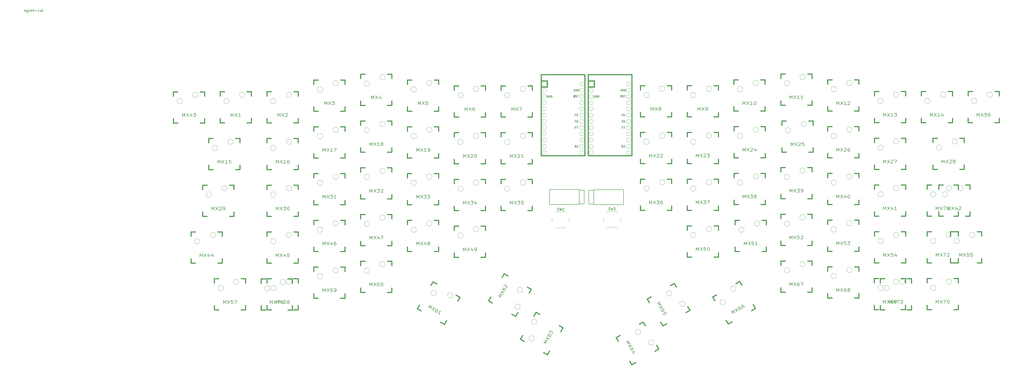
<source format=gbr>
G04 #@! TF.GenerationSoftware,KiCad,Pcbnew,(5.1.0)-1*
G04 #@! TF.CreationDate,2019-07-24T11:11:36-04:00*
G04 #@! TF.ProjectId,ogre,6f677265-2e6b-4696-9361-645f70636258,1.0*
G04 #@! TF.SameCoordinates,Original*
G04 #@! TF.FileFunction,Legend,Top*
G04 #@! TF.FilePolarity,Positive*
%FSLAX46Y46*%
G04 Gerber Fmt 4.6, Leading zero omitted, Abs format (unit mm)*
G04 Created by KiCad (PCBNEW (5.1.0)-1) date 2019-07-24 11:11:36*
%MOMM*%
%LPD*%
G04 APERTURE LIST*
%ADD10C,0.381000*%
%ADD11C,0.150000*%
%ADD12C,0.120000*%
%ADD13C,0.100000*%
%ADD14C,0.203200*%
G04 APERTURE END LIST*
D10*
X242703000Y-71020000D02*
X242703000Y-69242000D01*
X242703000Y-81942000D02*
X242703000Y-80164000D01*
X244481000Y-81942000D02*
X242703000Y-81942000D01*
X255403000Y-81942000D02*
X253625000Y-81942000D01*
X255403000Y-80164000D02*
X255403000Y-81942000D01*
X255403000Y-69242000D02*
X255403000Y-71020000D01*
X253625000Y-69242000D02*
X255403000Y-69242000D01*
X242703000Y-69242000D02*
X244481000Y-69242000D01*
X48030000Y-54438000D02*
X48030000Y-52660000D01*
X48030000Y-65360000D02*
X48030000Y-63582000D01*
X49808000Y-65360000D02*
X48030000Y-65360000D01*
X60730000Y-65360000D02*
X58952000Y-65360000D01*
X60730000Y-63582000D02*
X60730000Y-65360000D01*
X60730000Y-52660000D02*
X60730000Y-54438000D01*
X58952000Y-52660000D02*
X60730000Y-52660000D01*
X48030000Y-52660000D02*
X49808000Y-52660000D01*
D11*
X204730000Y-73540000D02*
X204730000Y-79640000D01*
X216830000Y-73540000D02*
X216830000Y-79640000D01*
X204730000Y-73540000D02*
X216830000Y-73540000D01*
X204730000Y-79640000D02*
X216830000Y-79640000D01*
X204730000Y-73790000D02*
X202730000Y-73790000D01*
X204730000Y-79390000D02*
X202730000Y-79390000D01*
X202730000Y-73790000D02*
X202730000Y-79390000D01*
X198830000Y-79590000D02*
X198830000Y-73490000D01*
X186730000Y-79590000D02*
X186730000Y-73490000D01*
X198830000Y-79590000D02*
X186730000Y-79590000D01*
X198830000Y-73490000D02*
X186730000Y-73490000D01*
X198830000Y-79340000D02*
X200830000Y-79340000D01*
X198830000Y-73740000D02*
X200830000Y-73740000D01*
X200830000Y-79340000D02*
X200830000Y-73740000D01*
D10*
X340360000Y-73398000D02*
X340360000Y-71620000D01*
X340360000Y-84320000D02*
X340360000Y-82542000D01*
X342138000Y-84320000D02*
X340360000Y-84320000D01*
X353060000Y-84320000D02*
X351282000Y-84320000D01*
X353060000Y-82542000D02*
X353060000Y-84320000D01*
X353060000Y-71620000D02*
X353060000Y-73398000D01*
X351282000Y-71620000D02*
X353060000Y-71620000D01*
X340360000Y-71620000D02*
X342138000Y-71620000D01*
X167000000Y-52063000D02*
X167000000Y-50285000D01*
X167000000Y-62985000D02*
X167000000Y-61207000D01*
X168778000Y-62985000D02*
X167000000Y-62985000D01*
X179700000Y-62985000D02*
X177922000Y-62985000D01*
X179700000Y-61207000D02*
X179700000Y-62985000D01*
X179700000Y-50285000D02*
X179700000Y-52063000D01*
X177922000Y-50285000D02*
X179700000Y-50285000D01*
X167000000Y-50285000D02*
X168778000Y-50285000D01*
X185850000Y-29210000D02*
X183310000Y-29210000D01*
X183310000Y-26670000D02*
X183310000Y-29210000D01*
X201090000Y-26670000D02*
X183310000Y-26670000D01*
X201090000Y-29210000D02*
X201090000Y-26670000D01*
D11*
G36*
X197131568Y-35689360D02*
G01*
X197131568Y-35889360D01*
X197031568Y-35889360D01*
X197031568Y-35689360D01*
X197131568Y-35689360D01*
G37*
X197131568Y-35689360D02*
X197131568Y-35889360D01*
X197031568Y-35889360D01*
X197031568Y-35689360D01*
X197131568Y-35689360D01*
G36*
X196731568Y-35089360D02*
G01*
X196731568Y-35889360D01*
X196631568Y-35889360D01*
X196631568Y-35089360D01*
X196731568Y-35089360D01*
G37*
X196731568Y-35089360D02*
X196731568Y-35889360D01*
X196631568Y-35889360D01*
X196631568Y-35089360D01*
X196731568Y-35089360D01*
G36*
X197131568Y-35089360D02*
G01*
X197131568Y-35189360D01*
X196631568Y-35189360D01*
X196631568Y-35089360D01*
X197131568Y-35089360D01*
G37*
X197131568Y-35089360D02*
X197131568Y-35189360D01*
X196631568Y-35189360D01*
X196631568Y-35089360D01*
X197131568Y-35089360D01*
G36*
X196931568Y-35489360D02*
G01*
X196931568Y-35589360D01*
X196831568Y-35589360D01*
X196831568Y-35489360D01*
X196931568Y-35489360D01*
G37*
X196931568Y-35489360D02*
X196931568Y-35589360D01*
X196831568Y-35589360D01*
X196831568Y-35489360D01*
X196931568Y-35489360D01*
G36*
X197131568Y-35089360D02*
G01*
X197131568Y-35389360D01*
X197031568Y-35389360D01*
X197031568Y-35089360D01*
X197131568Y-35089360D01*
G37*
X197131568Y-35089360D02*
X197131568Y-35389360D01*
X197031568Y-35389360D01*
X197031568Y-35089360D01*
X197131568Y-35089360D01*
D10*
X185850000Y-31750000D02*
X183310000Y-31750000D01*
X185850000Y-29210000D02*
X185850000Y-31750000D01*
X201090000Y-59690000D02*
X201090000Y-29210000D01*
X183310000Y-59690000D02*
X201090000Y-59690000D01*
X183310000Y-29210000D02*
X183310000Y-59690000D01*
X45556000Y-73494000D02*
X45556000Y-71716000D01*
X45556000Y-84416000D02*
X45556000Y-82638000D01*
X47334000Y-84416000D02*
X45556000Y-84416000D01*
X58256000Y-84416000D02*
X56478000Y-84416000D01*
X58256000Y-82638000D02*
X58256000Y-84416000D01*
X58256000Y-71716000D02*
X58256000Y-73494000D01*
X56478000Y-71716000D02*
X58256000Y-71716000D01*
X45556000Y-71716000D02*
X47334000Y-71716000D01*
X176385532Y-135333261D02*
X174845739Y-134444261D01*
X185844261Y-140794261D02*
X184304468Y-139905261D01*
X186733261Y-139254468D02*
X185844261Y-140794261D01*
X192194261Y-129795739D02*
X191305261Y-131335532D01*
X190654468Y-128906739D02*
X192194261Y-129795739D01*
X181195739Y-123445739D02*
X182735532Y-124334739D01*
X180306739Y-124985532D02*
X181195739Y-123445739D01*
X174845739Y-134444261D02*
X175734739Y-132904468D01*
X177704468Y-113236739D02*
X179244261Y-114125739D01*
X168245739Y-107775739D02*
X169785532Y-108664739D01*
X167356739Y-109315532D02*
X168245739Y-107775739D01*
X161895739Y-118774261D02*
X162784739Y-117234468D01*
X163435532Y-119663261D02*
X161895739Y-118774261D01*
X172894261Y-125124261D02*
X171354468Y-124235261D01*
X173783261Y-123584468D02*
X172894261Y-125124261D01*
X179244261Y-114125739D02*
X178355261Y-115665532D01*
X90800000Y-30633000D02*
X90800000Y-28855000D01*
X90800000Y-41555000D02*
X90800000Y-39777000D01*
X92578000Y-41555000D02*
X90800000Y-41555000D01*
X103500000Y-41555000D02*
X101722000Y-41555000D01*
X103500000Y-39777000D02*
X103500000Y-41555000D01*
X103500000Y-28855000D02*
X103500000Y-30633000D01*
X101722000Y-28855000D02*
X103500000Y-28855000D01*
X90800000Y-28855000D02*
X92578000Y-28855000D01*
X71750000Y-35394000D02*
X71750000Y-33616000D01*
X71750000Y-46316000D02*
X71750000Y-44538000D01*
X73528000Y-46316000D02*
X71750000Y-46316000D01*
X84450000Y-46316000D02*
X82672000Y-46316000D01*
X84450000Y-44538000D02*
X84450000Y-46316000D01*
X84450000Y-33616000D02*
X84450000Y-35394000D01*
X82672000Y-33616000D02*
X84450000Y-33616000D01*
X71750000Y-33616000D02*
X73528000Y-33616000D01*
X52700000Y-35394000D02*
X52700000Y-33616000D01*
X52700000Y-46316000D02*
X52700000Y-44538000D01*
X54478000Y-46316000D02*
X52700000Y-46316000D01*
X65400000Y-46316000D02*
X63622000Y-46316000D01*
X65400000Y-44538000D02*
X65400000Y-46316000D01*
X65400000Y-33616000D02*
X65400000Y-35394000D01*
X63622000Y-33616000D02*
X65400000Y-33616000D01*
X52700000Y-33616000D02*
X54478000Y-33616000D01*
X33650000Y-35424000D02*
X33650000Y-33646000D01*
X33650000Y-46346000D02*
X33650000Y-44568000D01*
X35428000Y-46346000D02*
X33650000Y-46346000D01*
X46350000Y-46346000D02*
X44572000Y-46346000D01*
X46350000Y-44568000D02*
X46350000Y-46346000D01*
X46350000Y-33646000D02*
X46350000Y-35424000D01*
X44572000Y-33646000D02*
X46350000Y-33646000D01*
X33650000Y-33646000D02*
X35428000Y-33646000D01*
X204940000Y-29210000D02*
X202400000Y-29210000D01*
X202400000Y-26670000D02*
X202400000Y-29210000D01*
X220180000Y-26670000D02*
X202400000Y-26670000D01*
X220180000Y-29210000D02*
X220180000Y-26670000D01*
D11*
G36*
X216221568Y-35689360D02*
G01*
X216221568Y-35889360D01*
X216121568Y-35889360D01*
X216121568Y-35689360D01*
X216221568Y-35689360D01*
G37*
X216221568Y-35689360D02*
X216221568Y-35889360D01*
X216121568Y-35889360D01*
X216121568Y-35689360D01*
X216221568Y-35689360D01*
G36*
X215821568Y-35089360D02*
G01*
X215821568Y-35889360D01*
X215721568Y-35889360D01*
X215721568Y-35089360D01*
X215821568Y-35089360D01*
G37*
X215821568Y-35089360D02*
X215821568Y-35889360D01*
X215721568Y-35889360D01*
X215721568Y-35089360D01*
X215821568Y-35089360D01*
G36*
X216221568Y-35089360D02*
G01*
X216221568Y-35189360D01*
X215721568Y-35189360D01*
X215721568Y-35089360D01*
X216221568Y-35089360D01*
G37*
X216221568Y-35089360D02*
X216221568Y-35189360D01*
X215721568Y-35189360D01*
X215721568Y-35089360D01*
X216221568Y-35089360D01*
G36*
X216021568Y-35489360D02*
G01*
X216021568Y-35589360D01*
X215921568Y-35589360D01*
X215921568Y-35489360D01*
X216021568Y-35489360D01*
G37*
X216021568Y-35489360D02*
X216021568Y-35589360D01*
X215921568Y-35589360D01*
X215921568Y-35489360D01*
X216021568Y-35489360D01*
G36*
X216221568Y-35089360D02*
G01*
X216221568Y-35389360D01*
X216121568Y-35389360D01*
X216121568Y-35089360D01*
X216221568Y-35089360D01*
G37*
X216221568Y-35089360D02*
X216221568Y-35389360D01*
X216121568Y-35389360D01*
X216121568Y-35089360D01*
X216221568Y-35089360D01*
D10*
X204940000Y-31750000D02*
X202400000Y-31750000D01*
X204940000Y-29210000D02*
X204940000Y-31750000D01*
X220180000Y-59690000D02*
X220180000Y-29210000D01*
X202400000Y-59690000D02*
X220180000Y-59690000D01*
X202400000Y-29210000D02*
X202400000Y-59690000D01*
D12*
X215630000Y-86400000D02*
X215630000Y-84900000D01*
X214380000Y-82400000D02*
X209880000Y-82400000D01*
X208630000Y-84900000D02*
X208630000Y-86400000D01*
X209880000Y-88900000D02*
X214380000Y-88900000D01*
X194740000Y-86540000D02*
X194740000Y-85040000D01*
X193490000Y-82540000D02*
X188990000Y-82540000D01*
X187740000Y-85040000D02*
X187740000Y-86540000D01*
X188990000Y-89040000D02*
X193490000Y-89040000D01*
D10*
X69320000Y-111688000D02*
X69320000Y-109910000D01*
X69320000Y-122610000D02*
X69320000Y-120832000D01*
X71098000Y-122610000D02*
X69320000Y-122610000D01*
X82020000Y-122610000D02*
X80242000Y-122610000D01*
X82020000Y-120832000D02*
X82020000Y-122610000D01*
X82020000Y-109910000D02*
X82020000Y-111688000D01*
X80242000Y-109910000D02*
X82020000Y-109910000D01*
X69320000Y-109910000D02*
X71098000Y-109910000D01*
X321310000Y-111548000D02*
X321310000Y-109770000D01*
X321310000Y-122470000D02*
X321310000Y-120692000D01*
X323088000Y-122470000D02*
X321310000Y-122470000D01*
X334010000Y-122470000D02*
X332232000Y-122470000D01*
X334010000Y-120692000D02*
X334010000Y-122470000D01*
X334010000Y-109770000D02*
X334010000Y-111548000D01*
X332232000Y-109770000D02*
X334010000Y-109770000D01*
X321310000Y-109770000D02*
X323088000Y-109770000D01*
X340340000Y-92388000D02*
X340340000Y-90610000D01*
X340340000Y-103310000D02*
X340340000Y-101532000D01*
X342118000Y-103310000D02*
X340340000Y-103310000D01*
X353040000Y-103310000D02*
X351262000Y-103310000D01*
X353040000Y-101532000D02*
X353040000Y-103310000D01*
X353040000Y-90610000D02*
X353040000Y-92388000D01*
X351262000Y-90610000D02*
X353040000Y-90610000D01*
X340340000Y-90610000D02*
X342118000Y-90610000D01*
X357003000Y-35306000D02*
X357003000Y-33528000D01*
X357003000Y-46228000D02*
X357003000Y-44450000D01*
X358781000Y-46228000D02*
X357003000Y-46228000D01*
X369703000Y-46228000D02*
X367925000Y-46228000D01*
X369703000Y-44450000D02*
X369703000Y-46228000D01*
X369703000Y-33528000D02*
X369703000Y-35306000D01*
X367925000Y-33528000D02*
X369703000Y-33528000D01*
X357003000Y-33528000D02*
X358781000Y-33528000D01*
X349864000Y-92440000D02*
X349864000Y-90662000D01*
X349864000Y-103362000D02*
X349864000Y-101584000D01*
X351642000Y-103362000D02*
X349864000Y-103362000D01*
X362564000Y-103362000D02*
X360786000Y-103362000D01*
X362564000Y-101584000D02*
X362564000Y-103362000D01*
X362564000Y-90662000D02*
X362564000Y-92440000D01*
X360786000Y-90662000D02*
X362564000Y-90662000D01*
X349864000Y-90662000D02*
X351642000Y-90662000D01*
X318903000Y-92462000D02*
X318903000Y-90684000D01*
X318903000Y-103384000D02*
X318903000Y-101606000D01*
X320681000Y-103384000D02*
X318903000Y-103384000D01*
X331603000Y-103384000D02*
X329825000Y-103384000D01*
X331603000Y-101606000D02*
X331603000Y-103384000D01*
X331603000Y-90684000D02*
X331603000Y-92462000D01*
X329825000Y-90684000D02*
X331603000Y-90684000D01*
X318903000Y-90684000D02*
X320681000Y-90684000D01*
X71750000Y-92544000D02*
X71750000Y-90766000D01*
X71750000Y-103466000D02*
X71750000Y-101688000D01*
X73528000Y-103466000D02*
X71750000Y-103466000D01*
X84450000Y-103466000D02*
X82672000Y-103466000D01*
X84450000Y-101688000D02*
X84450000Y-103466000D01*
X84450000Y-90766000D02*
X84450000Y-92544000D01*
X82672000Y-90766000D02*
X84450000Y-90766000D01*
X71750000Y-90766000D02*
X73528000Y-90766000D01*
X40820000Y-92544000D02*
X40820000Y-90766000D01*
X40820000Y-103466000D02*
X40820000Y-101688000D01*
X42598000Y-103466000D02*
X40820000Y-103466000D01*
X53520000Y-103466000D02*
X51742000Y-103466000D01*
X53520000Y-101688000D02*
X53520000Y-103466000D01*
X53520000Y-90766000D02*
X53520000Y-92544000D01*
X51742000Y-90766000D02*
X53520000Y-90766000D01*
X40820000Y-90766000D02*
X42598000Y-90766000D01*
X109850000Y-28251000D02*
X109850000Y-26473000D01*
X109850000Y-39173000D02*
X109850000Y-37395000D01*
X111628000Y-39173000D02*
X109850000Y-39173000D01*
X122550000Y-39173000D02*
X120772000Y-39173000D01*
X122550000Y-37395000D02*
X122550000Y-39173000D01*
X122550000Y-26473000D02*
X122550000Y-28251000D01*
X120772000Y-26473000D02*
X122550000Y-26473000D01*
X109850000Y-26473000D02*
X111628000Y-26473000D01*
X128900000Y-30632000D02*
X128900000Y-28854000D01*
X128900000Y-41554000D02*
X128900000Y-39776000D01*
X130678000Y-41554000D02*
X128900000Y-41554000D01*
X141600000Y-41554000D02*
X139822000Y-41554000D01*
X141600000Y-39776000D02*
X141600000Y-41554000D01*
X141600000Y-28854000D02*
X141600000Y-30632000D01*
X139822000Y-28854000D02*
X141600000Y-28854000D01*
X128900000Y-28854000D02*
X130678000Y-28854000D01*
X147950000Y-33013000D02*
X147950000Y-31235000D01*
X147950000Y-43935000D02*
X147950000Y-42157000D01*
X149728000Y-43935000D02*
X147950000Y-43935000D01*
X160650000Y-43935000D02*
X158872000Y-43935000D01*
X160650000Y-42157000D02*
X160650000Y-43935000D01*
X160650000Y-31235000D02*
X160650000Y-33013000D01*
X158872000Y-31235000D02*
X160650000Y-31235000D01*
X147950000Y-31235000D02*
X149728000Y-31235000D01*
X167000000Y-33013000D02*
X167000000Y-31235000D01*
X167000000Y-43935000D02*
X167000000Y-42157000D01*
X168778000Y-43935000D02*
X167000000Y-43935000D01*
X179700000Y-43935000D02*
X177922000Y-43935000D01*
X179700000Y-42157000D02*
X179700000Y-43935000D01*
X179700000Y-31235000D02*
X179700000Y-33013000D01*
X177922000Y-31235000D02*
X179700000Y-31235000D01*
X167000000Y-31235000D02*
X168778000Y-31235000D01*
X223653000Y-32925000D02*
X223653000Y-31147000D01*
X223653000Y-43847000D02*
X223653000Y-42069000D01*
X225431000Y-43847000D02*
X223653000Y-43847000D01*
X236353000Y-43847000D02*
X234575000Y-43847000D01*
X236353000Y-42069000D02*
X236353000Y-43847000D01*
X236353000Y-31147000D02*
X236353000Y-32925000D01*
X234575000Y-31147000D02*
X236353000Y-31147000D01*
X223653000Y-31147000D02*
X225431000Y-31147000D01*
X242703000Y-32925000D02*
X242703000Y-31147000D01*
X242703000Y-43847000D02*
X242703000Y-42069000D01*
X244481000Y-43847000D02*
X242703000Y-43847000D01*
X255403000Y-43847000D02*
X253625000Y-43847000D01*
X255403000Y-42069000D02*
X255403000Y-43847000D01*
X255403000Y-31147000D02*
X255403000Y-32925000D01*
X253625000Y-31147000D02*
X255403000Y-31147000D01*
X242703000Y-31147000D02*
X244481000Y-31147000D01*
X261700000Y-30556000D02*
X261700000Y-28778000D01*
X261700000Y-41478000D02*
X261700000Y-39700000D01*
X263478000Y-41478000D02*
X261700000Y-41478000D01*
X274400000Y-41478000D02*
X272622000Y-41478000D01*
X274400000Y-39700000D02*
X274400000Y-41478000D01*
X274400000Y-28778000D02*
X274400000Y-30556000D01*
X272622000Y-28778000D02*
X274400000Y-28778000D01*
X261700000Y-28778000D02*
X263478000Y-28778000D01*
X280803000Y-28152000D02*
X280803000Y-26374000D01*
X280803000Y-39074000D02*
X280803000Y-37296000D01*
X282581000Y-39074000D02*
X280803000Y-39074000D01*
X293503000Y-39074000D02*
X291725000Y-39074000D01*
X293503000Y-37296000D02*
X293503000Y-39074000D01*
X293503000Y-26374000D02*
X293503000Y-28152000D01*
X291725000Y-26374000D02*
X293503000Y-26374000D01*
X280803000Y-26374000D02*
X282581000Y-26374000D01*
X299853000Y-30556000D02*
X299853000Y-28778000D01*
X299853000Y-41478000D02*
X299853000Y-39700000D01*
X301631000Y-41478000D02*
X299853000Y-41478000D01*
X312553000Y-41478000D02*
X310775000Y-41478000D01*
X312553000Y-39700000D02*
X312553000Y-41478000D01*
X312553000Y-28778000D02*
X312553000Y-30556000D01*
X310775000Y-28778000D02*
X312553000Y-28778000D01*
X299853000Y-28778000D02*
X301631000Y-28778000D01*
X318903000Y-35306000D02*
X318903000Y-33528000D01*
X318903000Y-46228000D02*
X318903000Y-44450000D01*
X320681000Y-46228000D02*
X318903000Y-46228000D01*
X331603000Y-46228000D02*
X329825000Y-46228000D01*
X331603000Y-44450000D02*
X331603000Y-46228000D01*
X331603000Y-33528000D02*
X331603000Y-35306000D01*
X329825000Y-33528000D02*
X331603000Y-33528000D01*
X318903000Y-33528000D02*
X320681000Y-33528000D01*
X337953000Y-35306000D02*
X337953000Y-33528000D01*
X337953000Y-46228000D02*
X337953000Y-44450000D01*
X339731000Y-46228000D02*
X337953000Y-46228000D01*
X350653000Y-46228000D02*
X348875000Y-46228000D01*
X350653000Y-44450000D02*
X350653000Y-46228000D01*
X350653000Y-33528000D02*
X350653000Y-35306000D01*
X348875000Y-33528000D02*
X350653000Y-33528000D01*
X337953000Y-33528000D02*
X339731000Y-33528000D01*
X71750000Y-54444000D02*
X71750000Y-52666000D01*
X71750000Y-65366000D02*
X71750000Y-63588000D01*
X73528000Y-65366000D02*
X71750000Y-65366000D01*
X84450000Y-65366000D02*
X82672000Y-65366000D01*
X84450000Y-63588000D02*
X84450000Y-65366000D01*
X84450000Y-52666000D02*
X84450000Y-54444000D01*
X82672000Y-52666000D02*
X84450000Y-52666000D01*
X71750000Y-52666000D02*
X73528000Y-52666000D01*
X90800000Y-49682000D02*
X90800000Y-47904000D01*
X90800000Y-60604000D02*
X90800000Y-58826000D01*
X92578000Y-60604000D02*
X90800000Y-60604000D01*
X103500000Y-60604000D02*
X101722000Y-60604000D01*
X103500000Y-58826000D02*
X103500000Y-60604000D01*
X103500000Y-47904000D02*
X103500000Y-49682000D01*
X101722000Y-47904000D02*
X103500000Y-47904000D01*
X90800000Y-47904000D02*
X92578000Y-47904000D01*
X109850000Y-47301000D02*
X109850000Y-45523000D01*
X109850000Y-58223000D02*
X109850000Y-56445000D01*
X111628000Y-58223000D02*
X109850000Y-58223000D01*
X122550000Y-58223000D02*
X120772000Y-58223000D01*
X122550000Y-56445000D02*
X122550000Y-58223000D01*
X122550000Y-45523000D02*
X122550000Y-47301000D01*
X120772000Y-45523000D02*
X122550000Y-45523000D01*
X109850000Y-45523000D02*
X111628000Y-45523000D01*
X128900000Y-49682000D02*
X128900000Y-47904000D01*
X128900000Y-60604000D02*
X128900000Y-58826000D01*
X130678000Y-60604000D02*
X128900000Y-60604000D01*
X141600000Y-60604000D02*
X139822000Y-60604000D01*
X141600000Y-58826000D02*
X141600000Y-60604000D01*
X141600000Y-47904000D02*
X141600000Y-49682000D01*
X139822000Y-47904000D02*
X141600000Y-47904000D01*
X128900000Y-47904000D02*
X130678000Y-47904000D01*
X147950000Y-52063000D02*
X147950000Y-50285000D01*
X147950000Y-62985000D02*
X147950000Y-61207000D01*
X149728000Y-62985000D02*
X147950000Y-62985000D01*
X160650000Y-62985000D02*
X158872000Y-62985000D01*
X160650000Y-61207000D02*
X160650000Y-62985000D01*
X160650000Y-50285000D02*
X160650000Y-52063000D01*
X158872000Y-50285000D02*
X160650000Y-50285000D01*
X147950000Y-50285000D02*
X149728000Y-50285000D01*
X223653000Y-51983000D02*
X223653000Y-50205000D01*
X223653000Y-62905000D02*
X223653000Y-61127000D01*
X225431000Y-62905000D02*
X223653000Y-62905000D01*
X236353000Y-62905000D02*
X234575000Y-62905000D01*
X236353000Y-61127000D02*
X236353000Y-62905000D01*
X236353000Y-50205000D02*
X236353000Y-51983000D01*
X234575000Y-50205000D02*
X236353000Y-50205000D01*
X223653000Y-50205000D02*
X225431000Y-50205000D01*
X242703000Y-51972000D02*
X242703000Y-50194000D01*
X242703000Y-62894000D02*
X242703000Y-61116000D01*
X244481000Y-62894000D02*
X242703000Y-62894000D01*
X255403000Y-62894000D02*
X253625000Y-62894000D01*
X255403000Y-61116000D02*
X255403000Y-62894000D01*
X255403000Y-50194000D02*
X255403000Y-51972000D01*
X253625000Y-50194000D02*
X255403000Y-50194000D01*
X242703000Y-50194000D02*
X244481000Y-50194000D01*
X261753000Y-49591000D02*
X261753000Y-47813000D01*
X261753000Y-60513000D02*
X261753000Y-58735000D01*
X263531000Y-60513000D02*
X261753000Y-60513000D01*
X274453000Y-60513000D02*
X272675000Y-60513000D01*
X274453000Y-58735000D02*
X274453000Y-60513000D01*
X274453000Y-47813000D02*
X274453000Y-49591000D01*
X272675000Y-47813000D02*
X274453000Y-47813000D01*
X261753000Y-47813000D02*
X263531000Y-47813000D01*
X281300000Y-47301000D02*
X281300000Y-45523000D01*
X281300000Y-58223000D02*
X281300000Y-56445000D01*
X283078000Y-58223000D02*
X281300000Y-58223000D01*
X294000000Y-58223000D02*
X292222000Y-58223000D01*
X294000000Y-56445000D02*
X294000000Y-58223000D01*
X294000000Y-45523000D02*
X294000000Y-47301000D01*
X292222000Y-45523000D02*
X294000000Y-45523000D01*
X281300000Y-45523000D02*
X283078000Y-45523000D01*
X299853000Y-49602000D02*
X299853000Y-47824000D01*
X299853000Y-60524000D02*
X299853000Y-58746000D01*
X301631000Y-60524000D02*
X299853000Y-60524000D01*
X312553000Y-60524000D02*
X310775000Y-60524000D01*
X312553000Y-58746000D02*
X312553000Y-60524000D01*
X312553000Y-47824000D02*
X312553000Y-49602000D01*
X310775000Y-47824000D02*
X312553000Y-47824000D01*
X299853000Y-47824000D02*
X301631000Y-47824000D01*
X318903000Y-54368000D02*
X318903000Y-52590000D01*
X318903000Y-65290000D02*
X318903000Y-63512000D01*
X320681000Y-65290000D02*
X318903000Y-65290000D01*
X331603000Y-65290000D02*
X329825000Y-65290000D01*
X331603000Y-63512000D02*
X331603000Y-65290000D01*
X331603000Y-52590000D02*
X331603000Y-54368000D01*
X329825000Y-52590000D02*
X331603000Y-52590000D01*
X318903000Y-52590000D02*
X320681000Y-52590000D01*
X342716000Y-54353000D02*
X342716000Y-52575000D01*
X342716000Y-65275000D02*
X342716000Y-63497000D01*
X344494000Y-65275000D02*
X342716000Y-65275000D01*
X355416000Y-65275000D02*
X353638000Y-65275000D01*
X355416000Y-63497000D02*
X355416000Y-65275000D01*
X355416000Y-52575000D02*
X355416000Y-54353000D01*
X353638000Y-52575000D02*
X355416000Y-52575000D01*
X342716000Y-52575000D02*
X344494000Y-52575000D01*
X71750000Y-73494000D02*
X71750000Y-71716000D01*
X71750000Y-84416000D02*
X71750000Y-82638000D01*
X73528000Y-84416000D02*
X71750000Y-84416000D01*
X84450000Y-84416000D02*
X82672000Y-84416000D01*
X84450000Y-82638000D02*
X84450000Y-84416000D01*
X84450000Y-71716000D02*
X84450000Y-73494000D01*
X82672000Y-71716000D02*
X84450000Y-71716000D01*
X71750000Y-71716000D02*
X73528000Y-71716000D01*
X90800000Y-68732000D02*
X90800000Y-66954000D01*
X90800000Y-79654000D02*
X90800000Y-77876000D01*
X92578000Y-79654000D02*
X90800000Y-79654000D01*
X103500000Y-79654000D02*
X101722000Y-79654000D01*
X103500000Y-77876000D02*
X103500000Y-79654000D01*
X103500000Y-66954000D02*
X103500000Y-68732000D01*
X101722000Y-66954000D02*
X103500000Y-66954000D01*
X90800000Y-66954000D02*
X92578000Y-66954000D01*
X109850000Y-66351000D02*
X109850000Y-64573000D01*
X109850000Y-77273000D02*
X109850000Y-75495000D01*
X111628000Y-77273000D02*
X109850000Y-77273000D01*
X122550000Y-77273000D02*
X120772000Y-77273000D01*
X122550000Y-75495000D02*
X122550000Y-77273000D01*
X122550000Y-64573000D02*
X122550000Y-66351000D01*
X120772000Y-64573000D02*
X122550000Y-64573000D01*
X109850000Y-64573000D02*
X111628000Y-64573000D01*
X128900000Y-68732000D02*
X128900000Y-66954000D01*
X128900000Y-79654000D02*
X128900000Y-77876000D01*
X130678000Y-79654000D02*
X128900000Y-79654000D01*
X141600000Y-79654000D02*
X139822000Y-79654000D01*
X141600000Y-77876000D02*
X141600000Y-79654000D01*
X141600000Y-66954000D02*
X141600000Y-68732000D01*
X139822000Y-66954000D02*
X141600000Y-66954000D01*
X128900000Y-66954000D02*
X130678000Y-66954000D01*
X147950000Y-71113000D02*
X147950000Y-69335000D01*
X147950000Y-82035000D02*
X147950000Y-80257000D01*
X149728000Y-82035000D02*
X147950000Y-82035000D01*
X160650000Y-82035000D02*
X158872000Y-82035000D01*
X160650000Y-80257000D02*
X160650000Y-82035000D01*
X160650000Y-69335000D02*
X160650000Y-71113000D01*
X158872000Y-69335000D02*
X160650000Y-69335000D01*
X147950000Y-69335000D02*
X149728000Y-69335000D01*
X167000000Y-71113000D02*
X167000000Y-69335000D01*
X167000000Y-82035000D02*
X167000000Y-80257000D01*
X168778000Y-82035000D02*
X167000000Y-82035000D01*
X179700000Y-82035000D02*
X177922000Y-82035000D01*
X179700000Y-80257000D02*
X179700000Y-82035000D01*
X179700000Y-69335000D02*
X179700000Y-71113000D01*
X177922000Y-69335000D02*
X179700000Y-69335000D01*
X167000000Y-69335000D02*
X168778000Y-69335000D01*
X223653000Y-71028000D02*
X223653000Y-69250000D01*
X223653000Y-81950000D02*
X223653000Y-80172000D01*
X225431000Y-81950000D02*
X223653000Y-81950000D01*
X236353000Y-81950000D02*
X234575000Y-81950000D01*
X236353000Y-80172000D02*
X236353000Y-81950000D01*
X236353000Y-69250000D02*
X236353000Y-71028000D01*
X234575000Y-69250000D02*
X236353000Y-69250000D01*
X223653000Y-69250000D02*
X225431000Y-69250000D01*
X261753000Y-68639000D02*
X261753000Y-66861000D01*
X261753000Y-79561000D02*
X261753000Y-77783000D01*
X263531000Y-79561000D02*
X261753000Y-79561000D01*
X274453000Y-79561000D02*
X272675000Y-79561000D01*
X274453000Y-77783000D02*
X274453000Y-79561000D01*
X274453000Y-66861000D02*
X274453000Y-68639000D01*
X272675000Y-66861000D02*
X274453000Y-66861000D01*
X261753000Y-66861000D02*
X263531000Y-66861000D01*
X280803000Y-66277000D02*
X280803000Y-64499000D01*
X280803000Y-77199000D02*
X280803000Y-75421000D01*
X282581000Y-77199000D02*
X280803000Y-77199000D01*
X293503000Y-77199000D02*
X291725000Y-77199000D01*
X293503000Y-75421000D02*
X293503000Y-77199000D01*
X293503000Y-64499000D02*
X293503000Y-66277000D01*
X291725000Y-64499000D02*
X293503000Y-64499000D01*
X280803000Y-64499000D02*
X282581000Y-64499000D01*
X299853000Y-68645000D02*
X299853000Y-66867000D01*
X299853000Y-79567000D02*
X299853000Y-77789000D01*
X301631000Y-79567000D02*
X299853000Y-79567000D01*
X312553000Y-79567000D02*
X310775000Y-79567000D01*
X312553000Y-77789000D02*
X312553000Y-79567000D01*
X312553000Y-66867000D02*
X312553000Y-68645000D01*
X310775000Y-66867000D02*
X312553000Y-66867000D01*
X299853000Y-66867000D02*
X301631000Y-66867000D01*
X318903000Y-73406000D02*
X318903000Y-71628000D01*
X318903000Y-84328000D02*
X318903000Y-82550000D01*
X320681000Y-84328000D02*
X318903000Y-84328000D01*
X331603000Y-84328000D02*
X329825000Y-84328000D01*
X331603000Y-82550000D02*
X331603000Y-84328000D01*
X331603000Y-71628000D02*
X331603000Y-73406000D01*
X329825000Y-71628000D02*
X331603000Y-71628000D01*
X318903000Y-71628000D02*
X320681000Y-71628000D01*
X345097000Y-73398000D02*
X345097000Y-71620000D01*
X345097000Y-84320000D02*
X345097000Y-82542000D01*
X346875000Y-84320000D02*
X345097000Y-84320000D01*
X357797000Y-84320000D02*
X356019000Y-84320000D01*
X357797000Y-82542000D02*
X357797000Y-84320000D01*
X357797000Y-71620000D02*
X357797000Y-73398000D01*
X356019000Y-71620000D02*
X357797000Y-71620000D01*
X345097000Y-71620000D02*
X346875000Y-71620000D01*
X90800000Y-87782000D02*
X90800000Y-86004000D01*
X90800000Y-98704000D02*
X90800000Y-96926000D01*
X92578000Y-98704000D02*
X90800000Y-98704000D01*
X103500000Y-98704000D02*
X101722000Y-98704000D01*
X103500000Y-96926000D02*
X103500000Y-98704000D01*
X103500000Y-86004000D02*
X103500000Y-87782000D01*
X101722000Y-86004000D02*
X103500000Y-86004000D01*
X90800000Y-86004000D02*
X92578000Y-86004000D01*
X109850000Y-85401000D02*
X109850000Y-83623000D01*
X109850000Y-96323000D02*
X109850000Y-94545000D01*
X111628000Y-96323000D02*
X109850000Y-96323000D01*
X122550000Y-96323000D02*
X120772000Y-96323000D01*
X122550000Y-94545000D02*
X122550000Y-96323000D01*
X122550000Y-83623000D02*
X122550000Y-85401000D01*
X120772000Y-83623000D02*
X122550000Y-83623000D01*
X109850000Y-83623000D02*
X111628000Y-83623000D01*
X128900000Y-87782000D02*
X128900000Y-86004000D01*
X128900000Y-98704000D02*
X128900000Y-96926000D01*
X130678000Y-98704000D02*
X128900000Y-98704000D01*
X141600000Y-98704000D02*
X139822000Y-98704000D01*
X141600000Y-96926000D02*
X141600000Y-98704000D01*
X141600000Y-86004000D02*
X141600000Y-87782000D01*
X139822000Y-86004000D02*
X141600000Y-86004000D01*
X128900000Y-86004000D02*
X130678000Y-86004000D01*
X147950000Y-90163000D02*
X147950000Y-88385000D01*
X147950000Y-101085000D02*
X147950000Y-99307000D01*
X149728000Y-101085000D02*
X147950000Y-101085000D01*
X160650000Y-101085000D02*
X158872000Y-101085000D01*
X160650000Y-99307000D02*
X160650000Y-101085000D01*
X160650000Y-88385000D02*
X160650000Y-90163000D01*
X158872000Y-88385000D02*
X160650000Y-88385000D01*
X147950000Y-88385000D02*
X149728000Y-88385000D01*
X242703000Y-90044000D02*
X242703000Y-88266000D01*
X242703000Y-100966000D02*
X242703000Y-99188000D01*
X244481000Y-100966000D02*
X242703000Y-100966000D01*
X255403000Y-100966000D02*
X253625000Y-100966000D01*
X255403000Y-99188000D02*
X255403000Y-100966000D01*
X255403000Y-88266000D02*
X255403000Y-90044000D01*
X253625000Y-88266000D02*
X255403000Y-88266000D01*
X242703000Y-88266000D02*
X244481000Y-88266000D01*
X262250000Y-87782000D02*
X262250000Y-86004000D01*
X262250000Y-98704000D02*
X262250000Y-96926000D01*
X264028000Y-98704000D02*
X262250000Y-98704000D01*
X274950000Y-98704000D02*
X273172000Y-98704000D01*
X274950000Y-96926000D02*
X274950000Y-98704000D01*
X274950000Y-86004000D02*
X274950000Y-87782000D01*
X273172000Y-86004000D02*
X274950000Y-86004000D01*
X262250000Y-86004000D02*
X264028000Y-86004000D01*
X280803000Y-85306000D02*
X280803000Y-83528000D01*
X280803000Y-96228000D02*
X280803000Y-94450000D01*
X282581000Y-96228000D02*
X280803000Y-96228000D01*
X293503000Y-96228000D02*
X291725000Y-96228000D01*
X293503000Y-94450000D02*
X293503000Y-96228000D01*
X293503000Y-83528000D02*
X293503000Y-85306000D01*
X291725000Y-83528000D02*
X293503000Y-83528000D01*
X280803000Y-83528000D02*
X282581000Y-83528000D01*
X299853000Y-87688000D02*
X299853000Y-85910000D01*
X299853000Y-98610000D02*
X299853000Y-96832000D01*
X301631000Y-98610000D02*
X299853000Y-98610000D01*
X312553000Y-98610000D02*
X310775000Y-98610000D01*
X312553000Y-96832000D02*
X312553000Y-98610000D01*
X312553000Y-85910000D02*
X312553000Y-87688000D01*
X310775000Y-85910000D02*
X312553000Y-85910000D01*
X299853000Y-85910000D02*
X301631000Y-85910000D01*
X50318000Y-111594000D02*
X50318000Y-109816000D01*
X50318000Y-122516000D02*
X50318000Y-120738000D01*
X52096000Y-122516000D02*
X50318000Y-122516000D01*
X63018000Y-122516000D02*
X61240000Y-122516000D01*
X63018000Y-120738000D02*
X63018000Y-122516000D01*
X63018000Y-109816000D02*
X63018000Y-111594000D01*
X61240000Y-109816000D02*
X63018000Y-109816000D01*
X50318000Y-109816000D02*
X52096000Y-109816000D01*
X71750000Y-111594000D02*
X71750000Y-109816000D01*
X71750000Y-122516000D02*
X71750000Y-120738000D01*
X73528000Y-122516000D02*
X71750000Y-122516000D01*
X84450000Y-122516000D02*
X82672000Y-122516000D01*
X84450000Y-120738000D02*
X84450000Y-122516000D01*
X84450000Y-109816000D02*
X84450000Y-111594000D01*
X82672000Y-109816000D02*
X84450000Y-109816000D01*
X71750000Y-109816000D02*
X73528000Y-109816000D01*
X90800000Y-106832000D02*
X90800000Y-105054000D01*
X90800000Y-117754000D02*
X90800000Y-115976000D01*
X92578000Y-117754000D02*
X90800000Y-117754000D01*
X103500000Y-117754000D02*
X101722000Y-117754000D01*
X103500000Y-115976000D02*
X103500000Y-117754000D01*
X103500000Y-105054000D02*
X103500000Y-106832000D01*
X101722000Y-105054000D02*
X103500000Y-105054000D01*
X90800000Y-105054000D02*
X92578000Y-105054000D01*
X109850000Y-104451000D02*
X109850000Y-102673000D01*
X109850000Y-115373000D02*
X109850000Y-113595000D01*
X111628000Y-115373000D02*
X109850000Y-115373000D01*
X122550000Y-115373000D02*
X120772000Y-115373000D01*
X122550000Y-113595000D02*
X122550000Y-115373000D01*
X122550000Y-102673000D02*
X122550000Y-104451000D01*
X120772000Y-102673000D02*
X122550000Y-102673000D01*
X109850000Y-102673000D02*
X111628000Y-102673000D01*
X138366739Y-112585532D02*
X139255739Y-111045739D01*
X132905739Y-122044261D02*
X133794739Y-120504468D01*
X134445532Y-122933261D02*
X132905739Y-122044261D01*
X143904261Y-128394261D02*
X142364468Y-127505261D01*
X144793261Y-126854468D02*
X143904261Y-128394261D01*
X150254261Y-117395739D02*
X149365261Y-118935532D01*
X148714468Y-116506739D02*
X150254261Y-117395739D01*
X139255739Y-111045739D02*
X140795532Y-111934739D01*
X223274468Y-128364739D02*
X224814261Y-127475739D01*
X213815739Y-133825739D02*
X215355532Y-132936739D01*
X214704739Y-135365532D02*
X213815739Y-133825739D01*
X220165739Y-144824261D02*
X219276739Y-143284468D01*
X221705532Y-143935261D02*
X220165739Y-144824261D01*
X231164261Y-138474261D02*
X229624468Y-139363261D01*
X230275261Y-136934468D02*
X231164261Y-138474261D01*
X224814261Y-127475739D02*
X225703261Y-129015532D01*
X235924468Y-112584739D02*
X237464261Y-111695739D01*
X226465739Y-118045739D02*
X228005532Y-117156739D01*
X227354739Y-119585532D02*
X226465739Y-118045739D01*
X232815739Y-129044261D02*
X231926739Y-127504468D01*
X234355532Y-128155261D02*
X232815739Y-129044261D01*
X243814261Y-122694261D02*
X242274468Y-123583261D01*
X242925261Y-121154468D02*
X243814261Y-122694261D01*
X237464261Y-111695739D02*
X238353261Y-113235532D01*
X253994739Y-118795532D02*
X253105739Y-117255739D01*
X259455739Y-128254261D02*
X258566739Y-126714468D01*
X260995532Y-127365261D02*
X259455739Y-128254261D01*
X270454261Y-121904261D02*
X268914468Y-122793261D01*
X269565261Y-120364468D02*
X270454261Y-121904261D01*
X264104261Y-110905739D02*
X264993261Y-112445532D01*
X262564468Y-111794739D02*
X264104261Y-110905739D01*
X253105739Y-117255739D02*
X254645532Y-116366739D01*
X280803000Y-104359000D02*
X280803000Y-102581000D01*
X280803000Y-115281000D02*
X280803000Y-113503000D01*
X282581000Y-115281000D02*
X280803000Y-115281000D01*
X293503000Y-115281000D02*
X291725000Y-115281000D01*
X293503000Y-113503000D02*
X293503000Y-115281000D01*
X293503000Y-102581000D02*
X293503000Y-104359000D01*
X291725000Y-102581000D02*
X293503000Y-102581000D01*
X280803000Y-102581000D02*
X282581000Y-102581000D01*
X299853000Y-106752000D02*
X299853000Y-104974000D01*
X299853000Y-117674000D02*
X299853000Y-115896000D01*
X301631000Y-117674000D02*
X299853000Y-117674000D01*
X312553000Y-117674000D02*
X310775000Y-117674000D01*
X312553000Y-115896000D02*
X312553000Y-117674000D01*
X312553000Y-104974000D02*
X312553000Y-106752000D01*
X310775000Y-104974000D02*
X312553000Y-104974000D01*
X299853000Y-104974000D02*
X301631000Y-104974000D01*
X318834000Y-111503000D02*
X318834000Y-109725000D01*
X318834000Y-122425000D02*
X318834000Y-120647000D01*
X320612000Y-122425000D02*
X318834000Y-122425000D01*
X331534000Y-122425000D02*
X329756000Y-122425000D01*
X331534000Y-120647000D02*
X331534000Y-122425000D01*
X331534000Y-109725000D02*
X331534000Y-111503000D01*
X329756000Y-109725000D02*
X331534000Y-109725000D01*
X318834000Y-109725000D02*
X320612000Y-109725000D01*
X340335000Y-111518000D02*
X340335000Y-109740000D01*
X340335000Y-122440000D02*
X340335000Y-120662000D01*
X342113000Y-122440000D02*
X340335000Y-122440000D01*
X353035000Y-122440000D02*
X351257000Y-122440000D01*
X353035000Y-120662000D02*
X353035000Y-122440000D01*
X353035000Y-109740000D02*
X353035000Y-111518000D01*
X351257000Y-109740000D02*
X353035000Y-109740000D01*
X340335000Y-109740000D02*
X342113000Y-109740000D01*
D13*
X246336000Y-73052000D02*
G75*
G03X246336000Y-73052000I-1093000J0D01*
G01*
X252686000Y-70512000D02*
G75*
G03X252686000Y-70512000I-1093000J0D01*
G01*
X51663000Y-56470000D02*
G75*
G03X51663000Y-56470000I-1093000J0D01*
G01*
X58013000Y-53930000D02*
G75*
G03X58013000Y-53930000I-1093000J0D01*
G01*
X343993000Y-75430000D02*
G75*
G03X343993000Y-75430000I-1093000J0D01*
G01*
X350343000Y-72890000D02*
G75*
G03X350343000Y-72890000I-1093000J0D01*
G01*
X170633000Y-54095000D02*
G75*
G03X170633000Y-54095000I-1093000J0D01*
G01*
X176983000Y-51555000D02*
G75*
G03X176983000Y-51555000I-1093000J0D01*
G01*
X200646300Y-30480000D02*
G75*
G03X200646300Y-30480000I-826300J0D01*
G01*
X185406300Y-58420000D02*
G75*
G03X185406300Y-58420000I-826300J0D01*
G01*
X200646300Y-33020000D02*
G75*
G03X200646300Y-33020000I-826300J0D01*
G01*
X200646300Y-35560000D02*
G75*
G03X200646300Y-35560000I-826300J0D01*
G01*
X200646300Y-38100000D02*
G75*
G03X200646300Y-38100000I-826300J0D01*
G01*
X200646300Y-40640000D02*
G75*
G03X200646300Y-40640000I-826300J0D01*
G01*
X200646300Y-43180000D02*
G75*
G03X200646300Y-43180000I-826300J0D01*
G01*
X200646300Y-45720000D02*
G75*
G03X200646300Y-45720000I-826300J0D01*
G01*
X200646300Y-48260000D02*
G75*
G03X200646300Y-48260000I-826300J0D01*
G01*
X200646300Y-50800000D02*
G75*
G03X200646300Y-50800000I-826300J0D01*
G01*
X200646300Y-53340000D02*
G75*
G03X200646300Y-53340000I-826300J0D01*
G01*
X200646300Y-55880000D02*
G75*
G03X200646300Y-55880000I-826300J0D01*
G01*
X200646300Y-58420000D02*
G75*
G03X200646300Y-58420000I-826300J0D01*
G01*
X185406300Y-55880000D02*
G75*
G03X185406300Y-55880000I-826300J0D01*
G01*
X185406300Y-53340000D02*
G75*
G03X185406300Y-53340000I-826300J0D01*
G01*
X185406300Y-50800000D02*
G75*
G03X185406300Y-50800000I-826300J0D01*
G01*
X185406300Y-48260000D02*
G75*
G03X185406300Y-48260000I-826300J0D01*
G01*
X185406300Y-45720000D02*
G75*
G03X185406300Y-45720000I-826300J0D01*
G01*
X185406300Y-43180000D02*
G75*
G03X185406300Y-43180000I-826300J0D01*
G01*
X185406300Y-40640000D02*
G75*
G03X185406300Y-40640000I-826300J0D01*
G01*
X185406300Y-38100000D02*
G75*
G03X185406300Y-38100000I-826300J0D01*
G01*
X185406300Y-35560000D02*
G75*
G03X185406300Y-35560000I-826300J0D01*
G01*
X185406300Y-33020000D02*
G75*
G03X185406300Y-33020000I-826300J0D01*
G01*
X183753700Y-29653700D02*
X183753700Y-31306300D01*
X185406300Y-31306300D01*
X185406300Y-29653700D01*
X183753700Y-29653700D01*
X49189000Y-75526000D02*
G75*
G03X49189000Y-75526000I-1093000J0D01*
G01*
X55539000Y-72986000D02*
G75*
G03X55539000Y-72986000I-1093000J0D01*
G01*
X180508295Y-134149557D02*
G75*
G03X180508295Y-134149557I-1093000J0D01*
G01*
X181483591Y-127380295D02*
G75*
G03X181483591Y-127380295I-1093000J0D01*
G01*
X175767705Y-114420443D02*
G75*
G03X175767705Y-114420443I-1093000J0D01*
G01*
X174792409Y-121189705D02*
G75*
G03X174792409Y-121189705I-1093000J0D01*
G01*
X94433000Y-32665000D02*
G75*
G03X94433000Y-32665000I-1093000J0D01*
G01*
X100783000Y-30125000D02*
G75*
G03X100783000Y-30125000I-1093000J0D01*
G01*
X75383000Y-37426000D02*
G75*
G03X75383000Y-37426000I-1093000J0D01*
G01*
X81733000Y-34886000D02*
G75*
G03X81733000Y-34886000I-1093000J0D01*
G01*
X56333000Y-37426000D02*
G75*
G03X56333000Y-37426000I-1093000J0D01*
G01*
X62683000Y-34886000D02*
G75*
G03X62683000Y-34886000I-1093000J0D01*
G01*
X37283000Y-37456000D02*
G75*
G03X37283000Y-37456000I-1093000J0D01*
G01*
X43633000Y-34916000D02*
G75*
G03X43633000Y-34916000I-1093000J0D01*
G01*
X219736300Y-30480000D02*
G75*
G03X219736300Y-30480000I-826300J0D01*
G01*
X204496300Y-58420000D02*
G75*
G03X204496300Y-58420000I-826300J0D01*
G01*
X219736300Y-33020000D02*
G75*
G03X219736300Y-33020000I-826300J0D01*
G01*
X219736300Y-35560000D02*
G75*
G03X219736300Y-35560000I-826300J0D01*
G01*
X219736300Y-38100000D02*
G75*
G03X219736300Y-38100000I-826300J0D01*
G01*
X219736300Y-40640000D02*
G75*
G03X219736300Y-40640000I-826300J0D01*
G01*
X219736300Y-43180000D02*
G75*
G03X219736300Y-43180000I-826300J0D01*
G01*
X219736300Y-45720000D02*
G75*
G03X219736300Y-45720000I-826300J0D01*
G01*
X219736300Y-48260000D02*
G75*
G03X219736300Y-48260000I-826300J0D01*
G01*
X219736300Y-50800000D02*
G75*
G03X219736300Y-50800000I-826300J0D01*
G01*
X219736300Y-53340000D02*
G75*
G03X219736300Y-53340000I-826300J0D01*
G01*
X219736300Y-55880000D02*
G75*
G03X219736300Y-55880000I-826300J0D01*
G01*
X219736300Y-58420000D02*
G75*
G03X219736300Y-58420000I-826300J0D01*
G01*
X204496300Y-55880000D02*
G75*
G03X204496300Y-55880000I-826300J0D01*
G01*
X204496300Y-53340000D02*
G75*
G03X204496300Y-53340000I-826300J0D01*
G01*
X204496300Y-50800000D02*
G75*
G03X204496300Y-50800000I-826300J0D01*
G01*
X204496300Y-48260000D02*
G75*
G03X204496300Y-48260000I-826300J0D01*
G01*
X204496300Y-45720000D02*
G75*
G03X204496300Y-45720000I-826300J0D01*
G01*
X204496300Y-43180000D02*
G75*
G03X204496300Y-43180000I-826300J0D01*
G01*
X204496300Y-40640000D02*
G75*
G03X204496300Y-40640000I-826300J0D01*
G01*
X204496300Y-38100000D02*
G75*
G03X204496300Y-38100000I-826300J0D01*
G01*
X204496300Y-35560000D02*
G75*
G03X204496300Y-35560000I-826300J0D01*
G01*
X204496300Y-33020000D02*
G75*
G03X204496300Y-33020000I-826300J0D01*
G01*
X202843700Y-29653700D02*
X202843700Y-31306300D01*
X204496300Y-31306300D01*
X204496300Y-29653700D01*
X202843700Y-29653700D01*
X72953000Y-113720000D02*
G75*
G03X72953000Y-113720000I-1093000J0D01*
G01*
X79303000Y-111180000D02*
G75*
G03X79303000Y-111180000I-1093000J0D01*
G01*
X324943000Y-113580000D02*
G75*
G03X324943000Y-113580000I-1093000J0D01*
G01*
X331293000Y-111040000D02*
G75*
G03X331293000Y-111040000I-1093000J0D01*
G01*
X343973000Y-94420000D02*
G75*
G03X343973000Y-94420000I-1093000J0D01*
G01*
X350323000Y-91880000D02*
G75*
G03X350323000Y-91880000I-1093000J0D01*
G01*
X360636000Y-37338000D02*
G75*
G03X360636000Y-37338000I-1093000J0D01*
G01*
X366986000Y-34798000D02*
G75*
G03X366986000Y-34798000I-1093000J0D01*
G01*
X353497000Y-94472000D02*
G75*
G03X353497000Y-94472000I-1093000J0D01*
G01*
X359847000Y-91932000D02*
G75*
G03X359847000Y-91932000I-1093000J0D01*
G01*
X322536000Y-94494000D02*
G75*
G03X322536000Y-94494000I-1093000J0D01*
G01*
X328886000Y-91954000D02*
G75*
G03X328886000Y-91954000I-1093000J0D01*
G01*
X75383000Y-94576000D02*
G75*
G03X75383000Y-94576000I-1093000J0D01*
G01*
X81733000Y-92036000D02*
G75*
G03X81733000Y-92036000I-1093000J0D01*
G01*
X44453000Y-94576000D02*
G75*
G03X44453000Y-94576000I-1093000J0D01*
G01*
X50803000Y-92036000D02*
G75*
G03X50803000Y-92036000I-1093000J0D01*
G01*
X113483000Y-30283000D02*
G75*
G03X113483000Y-30283000I-1093000J0D01*
G01*
X119833000Y-27743000D02*
G75*
G03X119833000Y-27743000I-1093000J0D01*
G01*
X132533000Y-32664000D02*
G75*
G03X132533000Y-32664000I-1093000J0D01*
G01*
X138883000Y-30124000D02*
G75*
G03X138883000Y-30124000I-1093000J0D01*
G01*
X151583000Y-35045000D02*
G75*
G03X151583000Y-35045000I-1093000J0D01*
G01*
X157933000Y-32505000D02*
G75*
G03X157933000Y-32505000I-1093000J0D01*
G01*
X170633000Y-35045000D02*
G75*
G03X170633000Y-35045000I-1093000J0D01*
G01*
X176983000Y-32505000D02*
G75*
G03X176983000Y-32505000I-1093000J0D01*
G01*
X227286000Y-34957000D02*
G75*
G03X227286000Y-34957000I-1093000J0D01*
G01*
X233636000Y-32417000D02*
G75*
G03X233636000Y-32417000I-1093000J0D01*
G01*
X246336000Y-34957000D02*
G75*
G03X246336000Y-34957000I-1093000J0D01*
G01*
X252686000Y-32417000D02*
G75*
G03X252686000Y-32417000I-1093000J0D01*
G01*
X265333000Y-32588000D02*
G75*
G03X265333000Y-32588000I-1093000J0D01*
G01*
X271683000Y-30048000D02*
G75*
G03X271683000Y-30048000I-1093000J0D01*
G01*
X284436000Y-30184000D02*
G75*
G03X284436000Y-30184000I-1093000J0D01*
G01*
X290786000Y-27644000D02*
G75*
G03X290786000Y-27644000I-1093000J0D01*
G01*
X303486000Y-32588000D02*
G75*
G03X303486000Y-32588000I-1093000J0D01*
G01*
X309836000Y-30048000D02*
G75*
G03X309836000Y-30048000I-1093000J0D01*
G01*
X322536000Y-37338000D02*
G75*
G03X322536000Y-37338000I-1093000J0D01*
G01*
X328886000Y-34798000D02*
G75*
G03X328886000Y-34798000I-1093000J0D01*
G01*
X341586000Y-37338000D02*
G75*
G03X341586000Y-37338000I-1093000J0D01*
G01*
X347936000Y-34798000D02*
G75*
G03X347936000Y-34798000I-1093000J0D01*
G01*
X75383000Y-56476000D02*
G75*
G03X75383000Y-56476000I-1093000J0D01*
G01*
X81733000Y-53936000D02*
G75*
G03X81733000Y-53936000I-1093000J0D01*
G01*
X94433000Y-51714000D02*
G75*
G03X94433000Y-51714000I-1093000J0D01*
G01*
X100783000Y-49174000D02*
G75*
G03X100783000Y-49174000I-1093000J0D01*
G01*
X113483000Y-49333000D02*
G75*
G03X113483000Y-49333000I-1093000J0D01*
G01*
X119833000Y-46793000D02*
G75*
G03X119833000Y-46793000I-1093000J0D01*
G01*
X132533000Y-51714000D02*
G75*
G03X132533000Y-51714000I-1093000J0D01*
G01*
X138883000Y-49174000D02*
G75*
G03X138883000Y-49174000I-1093000J0D01*
G01*
X151583000Y-54095000D02*
G75*
G03X151583000Y-54095000I-1093000J0D01*
G01*
X157933000Y-51555000D02*
G75*
G03X157933000Y-51555000I-1093000J0D01*
G01*
X227286000Y-54015000D02*
G75*
G03X227286000Y-54015000I-1093000J0D01*
G01*
X233636000Y-51475000D02*
G75*
G03X233636000Y-51475000I-1093000J0D01*
G01*
X246336000Y-54004000D02*
G75*
G03X246336000Y-54004000I-1093000J0D01*
G01*
X252686000Y-51464000D02*
G75*
G03X252686000Y-51464000I-1093000J0D01*
G01*
X265386000Y-51623000D02*
G75*
G03X265386000Y-51623000I-1093000J0D01*
G01*
X271736000Y-49083000D02*
G75*
G03X271736000Y-49083000I-1093000J0D01*
G01*
X284933000Y-49333000D02*
G75*
G03X284933000Y-49333000I-1093000J0D01*
G01*
X291283000Y-46793000D02*
G75*
G03X291283000Y-46793000I-1093000J0D01*
G01*
X303486000Y-51634000D02*
G75*
G03X303486000Y-51634000I-1093000J0D01*
G01*
X309836000Y-49094000D02*
G75*
G03X309836000Y-49094000I-1093000J0D01*
G01*
X322536000Y-56400000D02*
G75*
G03X322536000Y-56400000I-1093000J0D01*
G01*
X328886000Y-53860000D02*
G75*
G03X328886000Y-53860000I-1093000J0D01*
G01*
X346349000Y-56385000D02*
G75*
G03X346349000Y-56385000I-1093000J0D01*
G01*
X352699000Y-53845000D02*
G75*
G03X352699000Y-53845000I-1093000J0D01*
G01*
X75383000Y-75526000D02*
G75*
G03X75383000Y-75526000I-1093000J0D01*
G01*
X81733000Y-72986000D02*
G75*
G03X81733000Y-72986000I-1093000J0D01*
G01*
X94433000Y-70764000D02*
G75*
G03X94433000Y-70764000I-1093000J0D01*
G01*
X100783000Y-68224000D02*
G75*
G03X100783000Y-68224000I-1093000J0D01*
G01*
X113483000Y-68383000D02*
G75*
G03X113483000Y-68383000I-1093000J0D01*
G01*
X119833000Y-65843000D02*
G75*
G03X119833000Y-65843000I-1093000J0D01*
G01*
X132533000Y-70764000D02*
G75*
G03X132533000Y-70764000I-1093000J0D01*
G01*
X138883000Y-68224000D02*
G75*
G03X138883000Y-68224000I-1093000J0D01*
G01*
X151583000Y-73145000D02*
G75*
G03X151583000Y-73145000I-1093000J0D01*
G01*
X157933000Y-70605000D02*
G75*
G03X157933000Y-70605000I-1093000J0D01*
G01*
X170633000Y-73145000D02*
G75*
G03X170633000Y-73145000I-1093000J0D01*
G01*
X176983000Y-70605000D02*
G75*
G03X176983000Y-70605000I-1093000J0D01*
G01*
X227286000Y-73060000D02*
G75*
G03X227286000Y-73060000I-1093000J0D01*
G01*
X233636000Y-70520000D02*
G75*
G03X233636000Y-70520000I-1093000J0D01*
G01*
X265386000Y-70671000D02*
G75*
G03X265386000Y-70671000I-1093000J0D01*
G01*
X271736000Y-68131000D02*
G75*
G03X271736000Y-68131000I-1093000J0D01*
G01*
X284436000Y-68309000D02*
G75*
G03X284436000Y-68309000I-1093000J0D01*
G01*
X290786000Y-65769000D02*
G75*
G03X290786000Y-65769000I-1093000J0D01*
G01*
X303486000Y-70677000D02*
G75*
G03X303486000Y-70677000I-1093000J0D01*
G01*
X309836000Y-68137000D02*
G75*
G03X309836000Y-68137000I-1093000J0D01*
G01*
X322536000Y-75438000D02*
G75*
G03X322536000Y-75438000I-1093000J0D01*
G01*
X328886000Y-72898000D02*
G75*
G03X328886000Y-72898000I-1093000J0D01*
G01*
X348730000Y-75430000D02*
G75*
G03X348730000Y-75430000I-1093000J0D01*
G01*
X355080000Y-72890000D02*
G75*
G03X355080000Y-72890000I-1093000J0D01*
G01*
X94433000Y-89814000D02*
G75*
G03X94433000Y-89814000I-1093000J0D01*
G01*
X100783000Y-87274000D02*
G75*
G03X100783000Y-87274000I-1093000J0D01*
G01*
X113483000Y-87433000D02*
G75*
G03X113483000Y-87433000I-1093000J0D01*
G01*
X119833000Y-84893000D02*
G75*
G03X119833000Y-84893000I-1093000J0D01*
G01*
X132533000Y-89814000D02*
G75*
G03X132533000Y-89814000I-1093000J0D01*
G01*
X138883000Y-87274000D02*
G75*
G03X138883000Y-87274000I-1093000J0D01*
G01*
X151583000Y-92195000D02*
G75*
G03X151583000Y-92195000I-1093000J0D01*
G01*
X157933000Y-89655000D02*
G75*
G03X157933000Y-89655000I-1093000J0D01*
G01*
X246336000Y-92076000D02*
G75*
G03X246336000Y-92076000I-1093000J0D01*
G01*
X252686000Y-89536000D02*
G75*
G03X252686000Y-89536000I-1093000J0D01*
G01*
X265883000Y-89814000D02*
G75*
G03X265883000Y-89814000I-1093000J0D01*
G01*
X272233000Y-87274000D02*
G75*
G03X272233000Y-87274000I-1093000J0D01*
G01*
X284436000Y-87338000D02*
G75*
G03X284436000Y-87338000I-1093000J0D01*
G01*
X290786000Y-84798000D02*
G75*
G03X290786000Y-84798000I-1093000J0D01*
G01*
X303486000Y-89720000D02*
G75*
G03X303486000Y-89720000I-1093000J0D01*
G01*
X309836000Y-87180000D02*
G75*
G03X309836000Y-87180000I-1093000J0D01*
G01*
X53951000Y-113626000D02*
G75*
G03X53951000Y-113626000I-1093000J0D01*
G01*
X60301000Y-111086000D02*
G75*
G03X60301000Y-111086000I-1093000J0D01*
G01*
X75383000Y-113626000D02*
G75*
G03X75383000Y-113626000I-1093000J0D01*
G01*
X81733000Y-111086000D02*
G75*
G03X81733000Y-111086000I-1093000J0D01*
G01*
X94433000Y-108864000D02*
G75*
G03X94433000Y-108864000I-1093000J0D01*
G01*
X100783000Y-106324000D02*
G75*
G03X100783000Y-106324000I-1093000J0D01*
G01*
X113483000Y-106483000D02*
G75*
G03X113483000Y-106483000I-1093000J0D01*
G01*
X119833000Y-103943000D02*
G75*
G03X119833000Y-103943000I-1093000J0D01*
G01*
X140643443Y-115615295D02*
G75*
G03X140643443Y-115615295I-1093000J0D01*
G01*
X147412705Y-116590591D02*
G75*
G03X147412705Y-116590591I-1093000J0D01*
G01*
X223877705Y-131580443D02*
G75*
G03X223877705Y-131580443I-1093000J0D01*
G01*
X229252409Y-135809705D02*
G75*
G03X229252409Y-135809705I-1093000J0D01*
G01*
X236527705Y-115800443D02*
G75*
G03X236527705Y-115800443I-1093000J0D01*
G01*
X241902409Y-120029705D02*
G75*
G03X241902409Y-120029705I-1093000J0D01*
G01*
X258303443Y-119285295D02*
G75*
G03X258303443Y-119285295I-1093000J0D01*
G01*
X262532705Y-113910591D02*
G75*
G03X262532705Y-113910591I-1093000J0D01*
G01*
X284436000Y-106391000D02*
G75*
G03X284436000Y-106391000I-1093000J0D01*
G01*
X290786000Y-103851000D02*
G75*
G03X290786000Y-103851000I-1093000J0D01*
G01*
X303486000Y-108784000D02*
G75*
G03X303486000Y-108784000I-1093000J0D01*
G01*
X309836000Y-106244000D02*
G75*
G03X309836000Y-106244000I-1093000J0D01*
G01*
X322467000Y-113535000D02*
G75*
G03X322467000Y-113535000I-1093000J0D01*
G01*
X328817000Y-110995000D02*
G75*
G03X328817000Y-110995000I-1093000J0D01*
G01*
X343968000Y-113550000D02*
G75*
G03X343968000Y-113550000I-1093000J0D01*
G01*
X350318000Y-111010000D02*
G75*
G03X350318000Y-111010000I-1093000J0D01*
G01*
D14*
X246367857Y-79341523D02*
X246367857Y-78071523D01*
X246875857Y-78978666D01*
X247383857Y-78071523D01*
X247383857Y-79341523D01*
X247964428Y-78071523D02*
X248980428Y-79341523D01*
X248980428Y-78071523D02*
X247964428Y-79341523D01*
X249415857Y-78071523D02*
X250359285Y-78071523D01*
X249851285Y-78555333D01*
X250069000Y-78555333D01*
X250214142Y-78615809D01*
X250286714Y-78676285D01*
X250359285Y-78797238D01*
X250359285Y-79099619D01*
X250286714Y-79220571D01*
X250214142Y-79281047D01*
X250069000Y-79341523D01*
X249633571Y-79341523D01*
X249488428Y-79281047D01*
X249415857Y-79220571D01*
X250867285Y-78071523D02*
X251883285Y-78071523D01*
X251230142Y-79341523D01*
X51694857Y-62759523D02*
X51694857Y-61489523D01*
X52202857Y-62396666D01*
X52710857Y-61489523D01*
X52710857Y-62759523D01*
X53291428Y-61489523D02*
X54307428Y-62759523D01*
X54307428Y-61489523D02*
X53291428Y-62759523D01*
X55686285Y-62759523D02*
X54815428Y-62759523D01*
X55250857Y-62759523D02*
X55250857Y-61489523D01*
X55105714Y-61670952D01*
X54960571Y-61791904D01*
X54815428Y-61852380D01*
X57065142Y-61489523D02*
X56339428Y-61489523D01*
X56266857Y-62094285D01*
X56339428Y-62033809D01*
X56484571Y-61973333D01*
X56847428Y-61973333D01*
X56992571Y-62033809D01*
X57065142Y-62094285D01*
X57137714Y-62215238D01*
X57137714Y-62517619D01*
X57065142Y-62638571D01*
X56992571Y-62699047D01*
X56847428Y-62759523D01*
X56484571Y-62759523D01*
X56339428Y-62699047D01*
X56266857Y-62638571D01*
X344024857Y-81719523D02*
X344024857Y-80449523D01*
X344532857Y-81356666D01*
X345040857Y-80449523D01*
X345040857Y-81719523D01*
X345621428Y-80449523D02*
X346637428Y-81719523D01*
X346637428Y-80449523D02*
X345621428Y-81719523D01*
X347072857Y-80449523D02*
X348088857Y-80449523D01*
X347435714Y-81719523D01*
X349467714Y-81719523D02*
X348596857Y-81719523D01*
X349032285Y-81719523D02*
X349032285Y-80449523D01*
X348887142Y-80630952D01*
X348742000Y-80751904D01*
X348596857Y-80812380D01*
X170664857Y-60384523D02*
X170664857Y-59114523D01*
X171172857Y-60021666D01*
X171680857Y-59114523D01*
X171680857Y-60384523D01*
X172261428Y-59114523D02*
X173277428Y-60384523D01*
X173277428Y-59114523D02*
X172261428Y-60384523D01*
X173785428Y-59235476D02*
X173858000Y-59175000D01*
X174003142Y-59114523D01*
X174366000Y-59114523D01*
X174511142Y-59175000D01*
X174583714Y-59235476D01*
X174656285Y-59356428D01*
X174656285Y-59477380D01*
X174583714Y-59658809D01*
X173712857Y-60384523D01*
X174656285Y-60384523D01*
X176107714Y-60384523D02*
X175236857Y-60384523D01*
X175672285Y-60384523D02*
X175672285Y-59114523D01*
X175527142Y-59295952D01*
X175382000Y-59416904D01*
X175236857Y-59477380D01*
D11*
X197399786Y-35853809D02*
X197514072Y-35891904D01*
X197704548Y-35891904D01*
X197780739Y-35853809D01*
X197818834Y-35815714D01*
X197856929Y-35739523D01*
X197856929Y-35663333D01*
X197818834Y-35587142D01*
X197780739Y-35549047D01*
X197704548Y-35510952D01*
X197552167Y-35472857D01*
X197475977Y-35434761D01*
X197437881Y-35396666D01*
X197399786Y-35320476D01*
X197399786Y-35244285D01*
X197437881Y-35168095D01*
X197475977Y-35130000D01*
X197552167Y-35091904D01*
X197742643Y-35091904D01*
X197856929Y-35130000D01*
X198085500Y-35091904D02*
X198542643Y-35091904D01*
X198314072Y-35891904D02*
X198314072Y-35091904D01*
X186129476Y-35160000D02*
X186053285Y-35121904D01*
X185939000Y-35121904D01*
X185824714Y-35160000D01*
X185748523Y-35236190D01*
X185710428Y-35312380D01*
X185672333Y-35464761D01*
X185672333Y-35579047D01*
X185710428Y-35731428D01*
X185748523Y-35807619D01*
X185824714Y-35883809D01*
X185939000Y-35921904D01*
X186015190Y-35921904D01*
X186129476Y-35883809D01*
X186167571Y-35845714D01*
X186167571Y-35579047D01*
X186015190Y-35579047D01*
X186510428Y-35921904D02*
X186510428Y-35121904D01*
X186967571Y-35921904D01*
X186967571Y-35121904D01*
X187348523Y-35921904D02*
X187348523Y-35121904D01*
X187539000Y-35121904D01*
X187653285Y-35160000D01*
X187729476Y-35236190D01*
X187767571Y-35312380D01*
X187805666Y-35464761D01*
X187805666Y-35579047D01*
X187767571Y-35731428D01*
X187729476Y-35807619D01*
X187653285Y-35883809D01*
X187539000Y-35921904D01*
X187348523Y-35921904D01*
X197337190Y-55822857D02*
X197451476Y-55860952D01*
X197489571Y-55899047D01*
X197527666Y-55975238D01*
X197527666Y-56089523D01*
X197489571Y-56165714D01*
X197451476Y-56203809D01*
X197375285Y-56241904D01*
X197070523Y-56241904D01*
X197070523Y-55441904D01*
X197337190Y-55441904D01*
X197413380Y-55480000D01*
X197451476Y-55518095D01*
X197489571Y-55594285D01*
X197489571Y-55670476D01*
X197451476Y-55746666D01*
X197413380Y-55784761D01*
X197337190Y-55822857D01*
X197070523Y-55822857D01*
X197832428Y-55518095D02*
X197870523Y-55480000D01*
X197946714Y-55441904D01*
X198137190Y-55441904D01*
X198213380Y-55480000D01*
X198251476Y-55518095D01*
X198289571Y-55594285D01*
X198289571Y-55670476D01*
X198251476Y-55784761D01*
X197794333Y-56241904D01*
X198289571Y-56241904D01*
X197394333Y-48202857D02*
X197127666Y-48202857D01*
X197127666Y-48621904D02*
X197127666Y-47821904D01*
X197508619Y-47821904D01*
X197737190Y-47821904D02*
X198270523Y-47821904D01*
X197927666Y-48621904D01*
X197394333Y-45662857D02*
X197127666Y-45662857D01*
X197127666Y-46081904D02*
X197127666Y-45281904D01*
X197508619Y-45281904D01*
X198156238Y-45281904D02*
X198003857Y-45281904D01*
X197927666Y-45320000D01*
X197889571Y-45358095D01*
X197813380Y-45472380D01*
X197775285Y-45624761D01*
X197775285Y-45929523D01*
X197813380Y-46005714D01*
X197851476Y-46043809D01*
X197927666Y-46081904D01*
X198080047Y-46081904D01*
X198156238Y-46043809D01*
X198194333Y-46005714D01*
X198232428Y-45929523D01*
X198232428Y-45739047D01*
X198194333Y-45662857D01*
X198156238Y-45624761D01*
X198080047Y-45586666D01*
X197927666Y-45586666D01*
X197851476Y-45624761D01*
X197813380Y-45662857D01*
X197775285Y-45739047D01*
X197394333Y-43122857D02*
X197127666Y-43122857D01*
X197127666Y-43541904D02*
X197127666Y-42741904D01*
X197508619Y-42741904D01*
X198194333Y-42741904D02*
X197813380Y-42741904D01*
X197775285Y-43122857D01*
X197813380Y-43084761D01*
X197889571Y-43046666D01*
X198080047Y-43046666D01*
X198156238Y-43084761D01*
X198194333Y-43122857D01*
X198232428Y-43199047D01*
X198232428Y-43389523D01*
X198194333Y-43465714D01*
X198156238Y-43503809D01*
X198080047Y-43541904D01*
X197889571Y-43541904D01*
X197813380Y-43503809D01*
X197775285Y-43465714D01*
X197399786Y-35853809D02*
X197514072Y-35891904D01*
X197704548Y-35891904D01*
X197780739Y-35853809D01*
X197818834Y-35815714D01*
X197856929Y-35739523D01*
X197856929Y-35663333D01*
X197818834Y-35587142D01*
X197780739Y-35549047D01*
X197704548Y-35510952D01*
X197552167Y-35472857D01*
X197475977Y-35434761D01*
X197437881Y-35396666D01*
X197399786Y-35320476D01*
X197399786Y-35244285D01*
X197437881Y-35168095D01*
X197475977Y-35130000D01*
X197552167Y-35091904D01*
X197742643Y-35091904D01*
X197856929Y-35130000D01*
X198085500Y-35091904D02*
X198542643Y-35091904D01*
X198314072Y-35891904D02*
X198314072Y-35091904D01*
X197051476Y-32620000D02*
X196975285Y-32581904D01*
X196861000Y-32581904D01*
X196746714Y-32620000D01*
X196670523Y-32696190D01*
X196632428Y-32772380D01*
X196594333Y-32924761D01*
X196594333Y-33039047D01*
X196632428Y-33191428D01*
X196670523Y-33267619D01*
X196746714Y-33343809D01*
X196861000Y-33381904D01*
X196937190Y-33381904D01*
X197051476Y-33343809D01*
X197089571Y-33305714D01*
X197089571Y-33039047D01*
X196937190Y-33039047D01*
X197432428Y-33381904D02*
X197432428Y-32581904D01*
X197889571Y-33381904D01*
X197889571Y-32581904D01*
X198270523Y-33381904D02*
X198270523Y-32581904D01*
X198461000Y-32581904D01*
X198575285Y-32620000D01*
X198651476Y-32696190D01*
X198689571Y-32772380D01*
X198727666Y-32924761D01*
X198727666Y-33039047D01*
X198689571Y-33191428D01*
X198651476Y-33267619D01*
X198575285Y-33343809D01*
X198461000Y-33381904D01*
X198270523Y-33381904D01*
X197394333Y-43122857D02*
X197127666Y-43122857D01*
X197127666Y-43541904D02*
X197127666Y-42741904D01*
X197508619Y-42741904D01*
X198194333Y-42741904D02*
X197813380Y-42741904D01*
X197775285Y-43122857D01*
X197813380Y-43084761D01*
X197889571Y-43046666D01*
X198080047Y-43046666D01*
X198156238Y-43084761D01*
X198194333Y-43122857D01*
X198232428Y-43199047D01*
X198232428Y-43389523D01*
X198194333Y-43465714D01*
X198156238Y-43503809D01*
X198080047Y-43541904D01*
X197889571Y-43541904D01*
X197813380Y-43503809D01*
X197775285Y-43465714D01*
X197394333Y-45662857D02*
X197127666Y-45662857D01*
X197127666Y-46081904D02*
X197127666Y-45281904D01*
X197508619Y-45281904D01*
X198156238Y-45281904D02*
X198003857Y-45281904D01*
X197927666Y-45320000D01*
X197889571Y-45358095D01*
X197813380Y-45472380D01*
X197775285Y-45624761D01*
X197775285Y-45929523D01*
X197813380Y-46005714D01*
X197851476Y-46043809D01*
X197927666Y-46081904D01*
X198080047Y-46081904D01*
X198156238Y-46043809D01*
X198194333Y-46005714D01*
X198232428Y-45929523D01*
X198232428Y-45739047D01*
X198194333Y-45662857D01*
X198156238Y-45624761D01*
X198080047Y-45586666D01*
X197927666Y-45586666D01*
X197851476Y-45624761D01*
X197813380Y-45662857D01*
X197775285Y-45739047D01*
X197394333Y-48202857D02*
X197127666Y-48202857D01*
X197127666Y-48621904D02*
X197127666Y-47821904D01*
X197508619Y-47821904D01*
X197737190Y-47821904D02*
X198270523Y-47821904D01*
X197927666Y-48621904D01*
X197337190Y-55822857D02*
X197451476Y-55860952D01*
X197489571Y-55899047D01*
X197527666Y-55975238D01*
X197527666Y-56089523D01*
X197489571Y-56165714D01*
X197451476Y-56203809D01*
X197375285Y-56241904D01*
X197070523Y-56241904D01*
X197070523Y-55441904D01*
X197337190Y-55441904D01*
X197413380Y-55480000D01*
X197451476Y-55518095D01*
X197489571Y-55594285D01*
X197489571Y-55670476D01*
X197451476Y-55746666D01*
X197413380Y-55784761D01*
X197337190Y-55822857D01*
X197070523Y-55822857D01*
X197832428Y-55518095D02*
X197870523Y-55480000D01*
X197946714Y-55441904D01*
X198137190Y-55441904D01*
X198213380Y-55480000D01*
X198251476Y-55518095D01*
X198289571Y-55594285D01*
X198289571Y-55670476D01*
X198251476Y-55784761D01*
X197794333Y-56241904D01*
X198289571Y-56241904D01*
X-26723809Y-952380D02*
X-26819047Y-904761D01*
X-26866666Y-857142D01*
X-26914285Y-761904D01*
X-26914285Y-476190D01*
X-26866666Y-380952D01*
X-26819047Y-333333D01*
X-26723809Y-285714D01*
X-26580952Y-285714D01*
X-26485714Y-333333D01*
X-26438095Y-380952D01*
X-26390476Y-476190D01*
X-26390476Y-761904D01*
X-26438095Y-857142D01*
X-26485714Y-904761D01*
X-26580952Y-952380D01*
X-26723809Y-952380D01*
X-25533333Y-285714D02*
X-25533333Y-1095238D01*
X-25580952Y-1190476D01*
X-25628571Y-1238095D01*
X-25723809Y-1285714D01*
X-25866666Y-1285714D01*
X-25961904Y-1238095D01*
X-25533333Y-904761D02*
X-25628571Y-952380D01*
X-25819047Y-952380D01*
X-25914285Y-904761D01*
X-25961904Y-857142D01*
X-26009523Y-761904D01*
X-26009523Y-476190D01*
X-25961904Y-380952D01*
X-25914285Y-333333D01*
X-25819047Y-285714D01*
X-25628571Y-285714D01*
X-25533333Y-333333D01*
X-25057142Y-952380D02*
X-25057142Y-285714D01*
X-25057142Y-476190D02*
X-25009523Y-380952D01*
X-24961904Y-333333D01*
X-24866666Y-285714D01*
X-24771428Y-285714D01*
X-24057142Y-904761D02*
X-24152380Y-952380D01*
X-24342857Y-952380D01*
X-24438095Y-904761D01*
X-24485714Y-809523D01*
X-24485714Y-428571D01*
X-24438095Y-333333D01*
X-24342857Y-285714D01*
X-24152380Y-285714D01*
X-24057142Y-333333D01*
X-24009523Y-428571D01*
X-24009523Y-523809D01*
X-24485714Y-619047D01*
X-23152380Y-285714D02*
X-23152380Y-952380D01*
X-23390476Y95238D02*
X-23628571Y-619047D01*
X-23009523Y-619047D01*
X-22628571Y-571428D02*
X-21866666Y-571428D01*
X-20961904Y-904761D02*
X-21057142Y-952380D01*
X-21247619Y-952380D01*
X-21342857Y-904761D01*
X-21390476Y-857142D01*
X-21438095Y-761904D01*
X-21438095Y-476190D01*
X-21390476Y-380952D01*
X-21342857Y-333333D01*
X-21247619Y-285714D01*
X-21057142Y-285714D01*
X-20961904Y-333333D01*
X-20104761Y-285714D02*
X-20104761Y-952380D01*
X-20533333Y-285714D02*
X-20533333Y-809523D01*
X-20485714Y-904761D01*
X-20390476Y-952380D01*
X-20247619Y-952380D01*
X-20152380Y-904761D01*
X-20104761Y-857142D01*
X-19771428Y-285714D02*
X-19390476Y-285714D01*
X-19628571Y47619D02*
X-19628571Y-809523D01*
X-19580952Y-904761D01*
X-19485714Y-952380D01*
X-19390476Y-952380D01*
D14*
X49220857Y-81815523D02*
X49220857Y-80545523D01*
X49728857Y-81452666D01*
X50236857Y-80545523D01*
X50236857Y-81815523D01*
X50817428Y-80545523D02*
X51833428Y-81815523D01*
X51833428Y-80545523D02*
X50817428Y-81815523D01*
X52341428Y-80666476D02*
X52414000Y-80606000D01*
X52559142Y-80545523D01*
X52922000Y-80545523D01*
X53067142Y-80606000D01*
X53139714Y-80666476D01*
X53212285Y-80787428D01*
X53212285Y-80908380D01*
X53139714Y-81089809D01*
X52268857Y-81815523D01*
X53212285Y-81815523D01*
X53938000Y-81815523D02*
X54228285Y-81815523D01*
X54373428Y-81755047D01*
X54446000Y-81694571D01*
X54591142Y-81513142D01*
X54663714Y-81271238D01*
X54663714Y-80787428D01*
X54591142Y-80666476D01*
X54518571Y-80606000D01*
X54373428Y-80545523D01*
X54083142Y-80545523D01*
X53938000Y-80606000D01*
X53865428Y-80666476D01*
X53792857Y-80787428D01*
X53792857Y-81089809D01*
X53865428Y-81210761D01*
X53938000Y-81271238D01*
X54083142Y-81331714D01*
X54373428Y-81331714D01*
X54518571Y-81271238D01*
X54591142Y-81210761D01*
X54663714Y-81089809D01*
X185424611Y-136320163D02*
X184324759Y-135685163D01*
X185364368Y-135698794D01*
X184832759Y-134805282D01*
X185932611Y-135440282D01*
X185123045Y-134302492D02*
X186730897Y-134057610D01*
X185631045Y-133422610D02*
X186222897Y-134937492D01*
X186247902Y-132354182D02*
X186102759Y-132605577D01*
X186082562Y-132761512D01*
X186098650Y-132854599D01*
X186183200Y-133071011D01*
X186356410Y-133254812D01*
X186775401Y-133496717D01*
X186916435Y-133494344D01*
X187005095Y-133461734D01*
X187130040Y-133366274D01*
X187275183Y-133114880D01*
X187295380Y-132958944D01*
X187279292Y-132865857D01*
X187210830Y-132742532D01*
X186948960Y-132591342D01*
X186807927Y-132593714D01*
X186719267Y-132626325D01*
X186594322Y-132721784D01*
X186449179Y-132973179D01*
X186428981Y-133129115D01*
X186445070Y-133222201D01*
X186513532Y-133345526D01*
X186574473Y-131788544D02*
X187046188Y-130971511D01*
X187211179Y-131653356D01*
X187320036Y-131464810D01*
X187444981Y-131369351D01*
X187533641Y-131336740D01*
X187674675Y-131334368D01*
X187936544Y-131485558D01*
X188005006Y-131608883D01*
X188021095Y-131701970D01*
X188000897Y-131857906D01*
X187783183Y-132234998D01*
X187658237Y-132330457D01*
X187569578Y-132363068D01*
X166975349Y-117475163D02*
X165875497Y-116840163D01*
X166915106Y-116853794D01*
X166383497Y-115960282D01*
X167483349Y-116595282D01*
X166673783Y-115457492D02*
X168281635Y-115212610D01*
X167181783Y-114577610D02*
X167773635Y-116092492D01*
X167798640Y-113509182D02*
X167653497Y-113760577D01*
X167633300Y-113916512D01*
X167649388Y-114009599D01*
X167733938Y-114226011D01*
X167907148Y-114409812D01*
X168326139Y-114651717D01*
X168467173Y-114649344D01*
X168555833Y-114616734D01*
X168680778Y-114521274D01*
X168825921Y-114269880D01*
X168846118Y-114113944D01*
X168830030Y-114020857D01*
X168761568Y-113897532D01*
X168499698Y-113746342D01*
X168358665Y-113748714D01*
X168270005Y-113781325D01*
X168145060Y-113876784D01*
X167999917Y-114128179D01*
X167979719Y-114284115D01*
X167995808Y-114377201D01*
X168064270Y-114500526D01*
X168266245Y-112941171D02*
X168250157Y-112848085D01*
X168270354Y-112692149D01*
X168451783Y-112377906D01*
X168576728Y-112282446D01*
X168665388Y-112249836D01*
X168806421Y-112247463D01*
X168911169Y-112307939D01*
X169032005Y-112461502D01*
X169225064Y-113578544D01*
X169696778Y-112761511D01*
X95190571Y-38954523D02*
X95190571Y-37684523D01*
X95698571Y-38591666D01*
X96206571Y-37684523D01*
X96206571Y-38954523D01*
X96787142Y-37684523D02*
X97803142Y-38954523D01*
X97803142Y-37684523D02*
X96787142Y-38954523D01*
X98238571Y-37684523D02*
X99182000Y-37684523D01*
X98674000Y-38168333D01*
X98891714Y-38168333D01*
X99036857Y-38228809D01*
X99109428Y-38289285D01*
X99182000Y-38410238D01*
X99182000Y-38712619D01*
X99109428Y-38833571D01*
X99036857Y-38894047D01*
X98891714Y-38954523D01*
X98456285Y-38954523D01*
X98311142Y-38894047D01*
X98238571Y-38833571D01*
X76140571Y-43715523D02*
X76140571Y-42445523D01*
X76648571Y-43352666D01*
X77156571Y-42445523D01*
X77156571Y-43715523D01*
X77737142Y-42445523D02*
X78753142Y-43715523D01*
X78753142Y-42445523D02*
X77737142Y-43715523D01*
X79261142Y-42566476D02*
X79333714Y-42506000D01*
X79478857Y-42445523D01*
X79841714Y-42445523D01*
X79986857Y-42506000D01*
X80059428Y-42566476D01*
X80132000Y-42687428D01*
X80132000Y-42808380D01*
X80059428Y-42989809D01*
X79188571Y-43715523D01*
X80132000Y-43715523D01*
X57090571Y-43715523D02*
X57090571Y-42445523D01*
X57598571Y-43352666D01*
X58106571Y-42445523D01*
X58106571Y-43715523D01*
X58687142Y-42445523D02*
X59703142Y-43715523D01*
X59703142Y-42445523D02*
X58687142Y-43715523D01*
X61082000Y-43715523D02*
X60211142Y-43715523D01*
X60646571Y-43715523D02*
X60646571Y-42445523D01*
X60501428Y-42626952D01*
X60356285Y-42747904D01*
X60211142Y-42808380D01*
X37314857Y-43745523D02*
X37314857Y-42475523D01*
X37822857Y-43382666D01*
X38330857Y-42475523D01*
X38330857Y-43745523D01*
X38911428Y-42475523D02*
X39927428Y-43745523D01*
X39927428Y-42475523D02*
X38911428Y-43745523D01*
X41161142Y-42898857D02*
X41161142Y-43745523D01*
X40798285Y-42415047D02*
X40435428Y-43322190D01*
X41378857Y-43322190D01*
X41814285Y-42475523D02*
X42757714Y-42475523D01*
X42249714Y-42959333D01*
X42467428Y-42959333D01*
X42612571Y-43019809D01*
X42685142Y-43080285D01*
X42757714Y-43201238D01*
X42757714Y-43503619D01*
X42685142Y-43624571D01*
X42612571Y-43685047D01*
X42467428Y-43745523D01*
X42032000Y-43745523D01*
X41886857Y-43685047D01*
X41814285Y-43624571D01*
D11*
X216489786Y-35853809D02*
X216604072Y-35891904D01*
X216794548Y-35891904D01*
X216870739Y-35853809D01*
X216908834Y-35815714D01*
X216946929Y-35739523D01*
X216946929Y-35663333D01*
X216908834Y-35587142D01*
X216870739Y-35549047D01*
X216794548Y-35510952D01*
X216642167Y-35472857D01*
X216565977Y-35434761D01*
X216527881Y-35396666D01*
X216489786Y-35320476D01*
X216489786Y-35244285D01*
X216527881Y-35168095D01*
X216565977Y-35130000D01*
X216642167Y-35091904D01*
X216832643Y-35091904D01*
X216946929Y-35130000D01*
X217175500Y-35091904D02*
X217632643Y-35091904D01*
X217404072Y-35891904D02*
X217404072Y-35091904D01*
X205219476Y-35160000D02*
X205143285Y-35121904D01*
X205029000Y-35121904D01*
X204914714Y-35160000D01*
X204838523Y-35236190D01*
X204800428Y-35312380D01*
X204762333Y-35464761D01*
X204762333Y-35579047D01*
X204800428Y-35731428D01*
X204838523Y-35807619D01*
X204914714Y-35883809D01*
X205029000Y-35921904D01*
X205105190Y-35921904D01*
X205219476Y-35883809D01*
X205257571Y-35845714D01*
X205257571Y-35579047D01*
X205105190Y-35579047D01*
X205600428Y-35921904D02*
X205600428Y-35121904D01*
X206057571Y-35921904D01*
X206057571Y-35121904D01*
X206438523Y-35921904D02*
X206438523Y-35121904D01*
X206629000Y-35121904D01*
X206743285Y-35160000D01*
X206819476Y-35236190D01*
X206857571Y-35312380D01*
X206895666Y-35464761D01*
X206895666Y-35579047D01*
X206857571Y-35731428D01*
X206819476Y-35807619D01*
X206743285Y-35883809D01*
X206629000Y-35921904D01*
X206438523Y-35921904D01*
X216427190Y-55822857D02*
X216541476Y-55860952D01*
X216579571Y-55899047D01*
X216617666Y-55975238D01*
X216617666Y-56089523D01*
X216579571Y-56165714D01*
X216541476Y-56203809D01*
X216465285Y-56241904D01*
X216160523Y-56241904D01*
X216160523Y-55441904D01*
X216427190Y-55441904D01*
X216503380Y-55480000D01*
X216541476Y-55518095D01*
X216579571Y-55594285D01*
X216579571Y-55670476D01*
X216541476Y-55746666D01*
X216503380Y-55784761D01*
X216427190Y-55822857D01*
X216160523Y-55822857D01*
X216922428Y-55518095D02*
X216960523Y-55480000D01*
X217036714Y-55441904D01*
X217227190Y-55441904D01*
X217303380Y-55480000D01*
X217341476Y-55518095D01*
X217379571Y-55594285D01*
X217379571Y-55670476D01*
X217341476Y-55784761D01*
X216884333Y-56241904D01*
X217379571Y-56241904D01*
X216484333Y-48202857D02*
X216217666Y-48202857D01*
X216217666Y-48621904D02*
X216217666Y-47821904D01*
X216598619Y-47821904D01*
X216827190Y-47821904D02*
X217360523Y-47821904D01*
X217017666Y-48621904D01*
X216484333Y-45662857D02*
X216217666Y-45662857D01*
X216217666Y-46081904D02*
X216217666Y-45281904D01*
X216598619Y-45281904D01*
X217246238Y-45281904D02*
X217093857Y-45281904D01*
X217017666Y-45320000D01*
X216979571Y-45358095D01*
X216903380Y-45472380D01*
X216865285Y-45624761D01*
X216865285Y-45929523D01*
X216903380Y-46005714D01*
X216941476Y-46043809D01*
X217017666Y-46081904D01*
X217170047Y-46081904D01*
X217246238Y-46043809D01*
X217284333Y-46005714D01*
X217322428Y-45929523D01*
X217322428Y-45739047D01*
X217284333Y-45662857D01*
X217246238Y-45624761D01*
X217170047Y-45586666D01*
X217017666Y-45586666D01*
X216941476Y-45624761D01*
X216903380Y-45662857D01*
X216865285Y-45739047D01*
X216484333Y-43122857D02*
X216217666Y-43122857D01*
X216217666Y-43541904D02*
X216217666Y-42741904D01*
X216598619Y-42741904D01*
X217284333Y-42741904D02*
X216903380Y-42741904D01*
X216865285Y-43122857D01*
X216903380Y-43084761D01*
X216979571Y-43046666D01*
X217170047Y-43046666D01*
X217246238Y-43084761D01*
X217284333Y-43122857D01*
X217322428Y-43199047D01*
X217322428Y-43389523D01*
X217284333Y-43465714D01*
X217246238Y-43503809D01*
X217170047Y-43541904D01*
X216979571Y-43541904D01*
X216903380Y-43503809D01*
X216865285Y-43465714D01*
X216489786Y-35853809D02*
X216604072Y-35891904D01*
X216794548Y-35891904D01*
X216870739Y-35853809D01*
X216908834Y-35815714D01*
X216946929Y-35739523D01*
X216946929Y-35663333D01*
X216908834Y-35587142D01*
X216870739Y-35549047D01*
X216794548Y-35510952D01*
X216642167Y-35472857D01*
X216565977Y-35434761D01*
X216527881Y-35396666D01*
X216489786Y-35320476D01*
X216489786Y-35244285D01*
X216527881Y-35168095D01*
X216565977Y-35130000D01*
X216642167Y-35091904D01*
X216832643Y-35091904D01*
X216946929Y-35130000D01*
X217175500Y-35091904D02*
X217632643Y-35091904D01*
X217404072Y-35891904D02*
X217404072Y-35091904D01*
X216141476Y-32620000D02*
X216065285Y-32581904D01*
X215951000Y-32581904D01*
X215836714Y-32620000D01*
X215760523Y-32696190D01*
X215722428Y-32772380D01*
X215684333Y-32924761D01*
X215684333Y-33039047D01*
X215722428Y-33191428D01*
X215760523Y-33267619D01*
X215836714Y-33343809D01*
X215951000Y-33381904D01*
X216027190Y-33381904D01*
X216141476Y-33343809D01*
X216179571Y-33305714D01*
X216179571Y-33039047D01*
X216027190Y-33039047D01*
X216522428Y-33381904D02*
X216522428Y-32581904D01*
X216979571Y-33381904D01*
X216979571Y-32581904D01*
X217360523Y-33381904D02*
X217360523Y-32581904D01*
X217551000Y-32581904D01*
X217665285Y-32620000D01*
X217741476Y-32696190D01*
X217779571Y-32772380D01*
X217817666Y-32924761D01*
X217817666Y-33039047D01*
X217779571Y-33191428D01*
X217741476Y-33267619D01*
X217665285Y-33343809D01*
X217551000Y-33381904D01*
X217360523Y-33381904D01*
X216484333Y-43122857D02*
X216217666Y-43122857D01*
X216217666Y-43541904D02*
X216217666Y-42741904D01*
X216598619Y-42741904D01*
X217284333Y-42741904D02*
X216903380Y-42741904D01*
X216865285Y-43122857D01*
X216903380Y-43084761D01*
X216979571Y-43046666D01*
X217170047Y-43046666D01*
X217246238Y-43084761D01*
X217284333Y-43122857D01*
X217322428Y-43199047D01*
X217322428Y-43389523D01*
X217284333Y-43465714D01*
X217246238Y-43503809D01*
X217170047Y-43541904D01*
X216979571Y-43541904D01*
X216903380Y-43503809D01*
X216865285Y-43465714D01*
X216484333Y-45662857D02*
X216217666Y-45662857D01*
X216217666Y-46081904D02*
X216217666Y-45281904D01*
X216598619Y-45281904D01*
X217246238Y-45281904D02*
X217093857Y-45281904D01*
X217017666Y-45320000D01*
X216979571Y-45358095D01*
X216903380Y-45472380D01*
X216865285Y-45624761D01*
X216865285Y-45929523D01*
X216903380Y-46005714D01*
X216941476Y-46043809D01*
X217017666Y-46081904D01*
X217170047Y-46081904D01*
X217246238Y-46043809D01*
X217284333Y-46005714D01*
X217322428Y-45929523D01*
X217322428Y-45739047D01*
X217284333Y-45662857D01*
X217246238Y-45624761D01*
X217170047Y-45586666D01*
X217017666Y-45586666D01*
X216941476Y-45624761D01*
X216903380Y-45662857D01*
X216865285Y-45739047D01*
X216484333Y-48202857D02*
X216217666Y-48202857D01*
X216217666Y-48621904D02*
X216217666Y-47821904D01*
X216598619Y-47821904D01*
X216827190Y-47821904D02*
X217360523Y-47821904D01*
X217017666Y-48621904D01*
X216427190Y-55822857D02*
X216541476Y-55860952D01*
X216579571Y-55899047D01*
X216617666Y-55975238D01*
X216617666Y-56089523D01*
X216579571Y-56165714D01*
X216541476Y-56203809D01*
X216465285Y-56241904D01*
X216160523Y-56241904D01*
X216160523Y-55441904D01*
X216427190Y-55441904D01*
X216503380Y-55480000D01*
X216541476Y-55518095D01*
X216579571Y-55594285D01*
X216579571Y-55670476D01*
X216541476Y-55746666D01*
X216503380Y-55784761D01*
X216427190Y-55822857D01*
X216160523Y-55822857D01*
X216922428Y-55518095D02*
X216960523Y-55480000D01*
X217036714Y-55441904D01*
X217227190Y-55441904D01*
X217303380Y-55480000D01*
X217341476Y-55518095D01*
X217379571Y-55594285D01*
X217379571Y-55670476D01*
X217341476Y-55784761D01*
X216884333Y-56241904D01*
X217379571Y-56241904D01*
X210796666Y-81804761D02*
X210939523Y-81852380D01*
X211177619Y-81852380D01*
X211272857Y-81804761D01*
X211320476Y-81757142D01*
X211368095Y-81661904D01*
X211368095Y-81566666D01*
X211320476Y-81471428D01*
X211272857Y-81423809D01*
X211177619Y-81376190D01*
X210987142Y-81328571D01*
X210891904Y-81280952D01*
X210844285Y-81233333D01*
X210796666Y-81138095D01*
X210796666Y-81042857D01*
X210844285Y-80947619D01*
X210891904Y-80900000D01*
X210987142Y-80852380D01*
X211225238Y-80852380D01*
X211368095Y-80900000D01*
X211701428Y-80852380D02*
X211939523Y-81852380D01*
X212130000Y-81138095D01*
X212320476Y-81852380D01*
X212558571Y-80852380D01*
X212844285Y-80852380D02*
X213463333Y-80852380D01*
X213130000Y-81233333D01*
X213272857Y-81233333D01*
X213368095Y-81280952D01*
X213415714Y-81328571D01*
X213463333Y-81423809D01*
X213463333Y-81661904D01*
X213415714Y-81757142D01*
X213368095Y-81804761D01*
X213272857Y-81852380D01*
X212987142Y-81852380D01*
X212891904Y-81804761D01*
X212844285Y-81757142D01*
X189906666Y-81944761D02*
X190049523Y-81992380D01*
X190287619Y-81992380D01*
X190382857Y-81944761D01*
X190430476Y-81897142D01*
X190478095Y-81801904D01*
X190478095Y-81706666D01*
X190430476Y-81611428D01*
X190382857Y-81563809D01*
X190287619Y-81516190D01*
X190097142Y-81468571D01*
X190001904Y-81420952D01*
X189954285Y-81373333D01*
X189906666Y-81278095D01*
X189906666Y-81182857D01*
X189954285Y-81087619D01*
X190001904Y-81040000D01*
X190097142Y-80992380D01*
X190335238Y-80992380D01*
X190478095Y-81040000D01*
X190811428Y-80992380D02*
X191049523Y-81992380D01*
X191240000Y-81278095D01*
X191430476Y-81992380D01*
X191668571Y-80992380D01*
X192001904Y-81087619D02*
X192049523Y-81040000D01*
X192144761Y-80992380D01*
X192382857Y-80992380D01*
X192478095Y-81040000D01*
X192525714Y-81087619D01*
X192573333Y-81182857D01*
X192573333Y-81278095D01*
X192525714Y-81420952D01*
X191954285Y-81992380D01*
X192573333Y-81992380D01*
D14*
X72984857Y-120009523D02*
X72984857Y-118739523D01*
X73492857Y-119646666D01*
X74000857Y-118739523D01*
X74000857Y-120009523D01*
X74581428Y-118739523D02*
X75597428Y-120009523D01*
X75597428Y-118739523D02*
X74581428Y-120009523D01*
X76032857Y-118739523D02*
X77048857Y-118739523D01*
X76395714Y-120009523D01*
X78282571Y-119162857D02*
X78282571Y-120009523D01*
X77919714Y-118679047D02*
X77556857Y-119586190D01*
X78500285Y-119586190D01*
X324974857Y-119869523D02*
X324974857Y-118599523D01*
X325482857Y-119506666D01*
X325990857Y-118599523D01*
X325990857Y-119869523D01*
X326571428Y-118599523D02*
X327587428Y-119869523D01*
X327587428Y-118599523D02*
X326571428Y-119869523D01*
X328022857Y-118599523D02*
X329038857Y-118599523D01*
X328385714Y-119869523D01*
X329474285Y-118599523D02*
X330417714Y-118599523D01*
X329909714Y-119083333D01*
X330127428Y-119083333D01*
X330272571Y-119143809D01*
X330345142Y-119204285D01*
X330417714Y-119325238D01*
X330417714Y-119627619D01*
X330345142Y-119748571D01*
X330272571Y-119809047D01*
X330127428Y-119869523D01*
X329692000Y-119869523D01*
X329546857Y-119809047D01*
X329474285Y-119748571D01*
X344004857Y-100709523D02*
X344004857Y-99439523D01*
X344512857Y-100346666D01*
X345020857Y-99439523D01*
X345020857Y-100709523D01*
X345601428Y-99439523D02*
X346617428Y-100709523D01*
X346617428Y-99439523D02*
X345601428Y-100709523D01*
X347052857Y-99439523D02*
X348068857Y-99439523D01*
X347415714Y-100709523D01*
X348576857Y-99560476D02*
X348649428Y-99500000D01*
X348794571Y-99439523D01*
X349157428Y-99439523D01*
X349302571Y-99500000D01*
X349375142Y-99560476D01*
X349447714Y-99681428D01*
X349447714Y-99802380D01*
X349375142Y-99983809D01*
X348504285Y-100709523D01*
X349447714Y-100709523D01*
X360667857Y-43627523D02*
X360667857Y-42357523D01*
X361175857Y-43264666D01*
X361683857Y-42357523D01*
X361683857Y-43627523D01*
X362264428Y-42357523D02*
X363280428Y-43627523D01*
X363280428Y-42357523D02*
X362264428Y-43627523D01*
X364586714Y-42357523D02*
X363861000Y-42357523D01*
X363788428Y-42962285D01*
X363861000Y-42901809D01*
X364006142Y-42841333D01*
X364369000Y-42841333D01*
X364514142Y-42901809D01*
X364586714Y-42962285D01*
X364659285Y-43083238D01*
X364659285Y-43385619D01*
X364586714Y-43506571D01*
X364514142Y-43567047D01*
X364369000Y-43627523D01*
X364006142Y-43627523D01*
X363861000Y-43567047D01*
X363788428Y-43506571D01*
X365965571Y-42357523D02*
X365675285Y-42357523D01*
X365530142Y-42418000D01*
X365457571Y-42478476D01*
X365312428Y-42659904D01*
X365239857Y-42901809D01*
X365239857Y-43385619D01*
X365312428Y-43506571D01*
X365385000Y-43567047D01*
X365530142Y-43627523D01*
X365820428Y-43627523D01*
X365965571Y-43567047D01*
X366038142Y-43506571D01*
X366110714Y-43385619D01*
X366110714Y-43083238D01*
X366038142Y-42962285D01*
X365965571Y-42901809D01*
X365820428Y-42841333D01*
X365530142Y-42841333D01*
X365385000Y-42901809D01*
X365312428Y-42962285D01*
X365239857Y-43083238D01*
X353528857Y-100761523D02*
X353528857Y-99491523D01*
X354036857Y-100398666D01*
X354544857Y-99491523D01*
X354544857Y-100761523D01*
X355125428Y-99491523D02*
X356141428Y-100761523D01*
X356141428Y-99491523D02*
X355125428Y-100761523D01*
X357447714Y-99491523D02*
X356722000Y-99491523D01*
X356649428Y-100096285D01*
X356722000Y-100035809D01*
X356867142Y-99975333D01*
X357230000Y-99975333D01*
X357375142Y-100035809D01*
X357447714Y-100096285D01*
X357520285Y-100217238D01*
X357520285Y-100519619D01*
X357447714Y-100640571D01*
X357375142Y-100701047D01*
X357230000Y-100761523D01*
X356867142Y-100761523D01*
X356722000Y-100701047D01*
X356649428Y-100640571D01*
X358899142Y-99491523D02*
X358173428Y-99491523D01*
X358100857Y-100096285D01*
X358173428Y-100035809D01*
X358318571Y-99975333D01*
X358681428Y-99975333D01*
X358826571Y-100035809D01*
X358899142Y-100096285D01*
X358971714Y-100217238D01*
X358971714Y-100519619D01*
X358899142Y-100640571D01*
X358826571Y-100701047D01*
X358681428Y-100761523D01*
X358318571Y-100761523D01*
X358173428Y-100701047D01*
X358100857Y-100640571D01*
X322567857Y-100783523D02*
X322567857Y-99513523D01*
X323075857Y-100420666D01*
X323583857Y-99513523D01*
X323583857Y-100783523D01*
X324164428Y-99513523D02*
X325180428Y-100783523D01*
X325180428Y-99513523D02*
X324164428Y-100783523D01*
X326486714Y-99513523D02*
X325761000Y-99513523D01*
X325688428Y-100118285D01*
X325761000Y-100057809D01*
X325906142Y-99997333D01*
X326269000Y-99997333D01*
X326414142Y-100057809D01*
X326486714Y-100118285D01*
X326559285Y-100239238D01*
X326559285Y-100541619D01*
X326486714Y-100662571D01*
X326414142Y-100723047D01*
X326269000Y-100783523D01*
X325906142Y-100783523D01*
X325761000Y-100723047D01*
X325688428Y-100662571D01*
X327865571Y-99936857D02*
X327865571Y-100783523D01*
X327502714Y-99453047D02*
X327139857Y-100360190D01*
X328083285Y-100360190D01*
X75414857Y-100865523D02*
X75414857Y-99595523D01*
X75922857Y-100502666D01*
X76430857Y-99595523D01*
X76430857Y-100865523D01*
X77011428Y-99595523D02*
X78027428Y-100865523D01*
X78027428Y-99595523D02*
X77011428Y-100865523D01*
X79261142Y-100018857D02*
X79261142Y-100865523D01*
X78898285Y-99535047D02*
X78535428Y-100442190D01*
X79478857Y-100442190D01*
X80785142Y-99595523D02*
X80059428Y-99595523D01*
X79986857Y-100200285D01*
X80059428Y-100139809D01*
X80204571Y-100079333D01*
X80567428Y-100079333D01*
X80712571Y-100139809D01*
X80785142Y-100200285D01*
X80857714Y-100321238D01*
X80857714Y-100623619D01*
X80785142Y-100744571D01*
X80712571Y-100805047D01*
X80567428Y-100865523D01*
X80204571Y-100865523D01*
X80059428Y-100805047D01*
X79986857Y-100744571D01*
X44484857Y-100865523D02*
X44484857Y-99595523D01*
X44992857Y-100502666D01*
X45500857Y-99595523D01*
X45500857Y-100865523D01*
X46081428Y-99595523D02*
X47097428Y-100865523D01*
X47097428Y-99595523D02*
X46081428Y-100865523D01*
X48331142Y-100018857D02*
X48331142Y-100865523D01*
X47968285Y-99535047D02*
X47605428Y-100442190D01*
X48548857Y-100442190D01*
X49782571Y-100018857D02*
X49782571Y-100865523D01*
X49419714Y-99535047D02*
X49056857Y-100442190D01*
X50000285Y-100442190D01*
X114240571Y-36572523D02*
X114240571Y-35302523D01*
X114748571Y-36209666D01*
X115256571Y-35302523D01*
X115256571Y-36572523D01*
X115837142Y-35302523D02*
X116853142Y-36572523D01*
X116853142Y-35302523D02*
X115837142Y-36572523D01*
X118086857Y-35725857D02*
X118086857Y-36572523D01*
X117724000Y-35242047D02*
X117361142Y-36149190D01*
X118304571Y-36149190D01*
X133290571Y-38953523D02*
X133290571Y-37683523D01*
X133798571Y-38590666D01*
X134306571Y-37683523D01*
X134306571Y-38953523D01*
X134887142Y-37683523D02*
X135903142Y-38953523D01*
X135903142Y-37683523D02*
X134887142Y-38953523D01*
X137209428Y-37683523D02*
X136483714Y-37683523D01*
X136411142Y-38288285D01*
X136483714Y-38227809D01*
X136628857Y-38167333D01*
X136991714Y-38167333D01*
X137136857Y-38227809D01*
X137209428Y-38288285D01*
X137282000Y-38409238D01*
X137282000Y-38711619D01*
X137209428Y-38832571D01*
X137136857Y-38893047D01*
X136991714Y-38953523D01*
X136628857Y-38953523D01*
X136483714Y-38893047D01*
X136411142Y-38832571D01*
X152340571Y-41334523D02*
X152340571Y-40064523D01*
X152848571Y-40971666D01*
X153356571Y-40064523D01*
X153356571Y-41334523D01*
X153937142Y-40064523D02*
X154953142Y-41334523D01*
X154953142Y-40064523D02*
X153937142Y-41334523D01*
X156186857Y-40064523D02*
X155896571Y-40064523D01*
X155751428Y-40125000D01*
X155678857Y-40185476D01*
X155533714Y-40366904D01*
X155461142Y-40608809D01*
X155461142Y-41092619D01*
X155533714Y-41213571D01*
X155606285Y-41274047D01*
X155751428Y-41334523D01*
X156041714Y-41334523D01*
X156186857Y-41274047D01*
X156259428Y-41213571D01*
X156332000Y-41092619D01*
X156332000Y-40790238D01*
X156259428Y-40669285D01*
X156186857Y-40608809D01*
X156041714Y-40548333D01*
X155751428Y-40548333D01*
X155606285Y-40608809D01*
X155533714Y-40669285D01*
X155461142Y-40790238D01*
X171390571Y-41334523D02*
X171390571Y-40064523D01*
X171898571Y-40971666D01*
X172406571Y-40064523D01*
X172406571Y-41334523D01*
X172987142Y-40064523D02*
X174003142Y-41334523D01*
X174003142Y-40064523D02*
X172987142Y-41334523D01*
X174438571Y-40064523D02*
X175454571Y-40064523D01*
X174801428Y-41334523D01*
X228043571Y-41246523D02*
X228043571Y-39976523D01*
X228551571Y-40883666D01*
X229059571Y-39976523D01*
X229059571Y-41246523D01*
X229640142Y-39976523D02*
X230656142Y-41246523D01*
X230656142Y-39976523D02*
X229640142Y-41246523D01*
X231454428Y-40520809D02*
X231309285Y-40460333D01*
X231236714Y-40399857D01*
X231164142Y-40278904D01*
X231164142Y-40218428D01*
X231236714Y-40097476D01*
X231309285Y-40037000D01*
X231454428Y-39976523D01*
X231744714Y-39976523D01*
X231889857Y-40037000D01*
X231962428Y-40097476D01*
X232035000Y-40218428D01*
X232035000Y-40278904D01*
X231962428Y-40399857D01*
X231889857Y-40460333D01*
X231744714Y-40520809D01*
X231454428Y-40520809D01*
X231309285Y-40581285D01*
X231236714Y-40641761D01*
X231164142Y-40762714D01*
X231164142Y-41004619D01*
X231236714Y-41125571D01*
X231309285Y-41186047D01*
X231454428Y-41246523D01*
X231744714Y-41246523D01*
X231889857Y-41186047D01*
X231962428Y-41125571D01*
X232035000Y-41004619D01*
X232035000Y-40762714D01*
X231962428Y-40641761D01*
X231889857Y-40581285D01*
X231744714Y-40520809D01*
X247093571Y-41246523D02*
X247093571Y-39976523D01*
X247601571Y-40883666D01*
X248109571Y-39976523D01*
X248109571Y-41246523D01*
X248690142Y-39976523D02*
X249706142Y-41246523D01*
X249706142Y-39976523D02*
X248690142Y-41246523D01*
X250359285Y-41246523D02*
X250649571Y-41246523D01*
X250794714Y-41186047D01*
X250867285Y-41125571D01*
X251012428Y-40944142D01*
X251085000Y-40702238D01*
X251085000Y-40218428D01*
X251012428Y-40097476D01*
X250939857Y-40037000D01*
X250794714Y-39976523D01*
X250504428Y-39976523D01*
X250359285Y-40037000D01*
X250286714Y-40097476D01*
X250214142Y-40218428D01*
X250214142Y-40520809D01*
X250286714Y-40641761D01*
X250359285Y-40702238D01*
X250504428Y-40762714D01*
X250794714Y-40762714D01*
X250939857Y-40702238D01*
X251012428Y-40641761D01*
X251085000Y-40520809D01*
X265364857Y-38877523D02*
X265364857Y-37607523D01*
X265872857Y-38514666D01*
X266380857Y-37607523D01*
X266380857Y-38877523D01*
X266961428Y-37607523D02*
X267977428Y-38877523D01*
X267977428Y-37607523D02*
X266961428Y-38877523D01*
X269356285Y-38877523D02*
X268485428Y-38877523D01*
X268920857Y-38877523D02*
X268920857Y-37607523D01*
X268775714Y-37788952D01*
X268630571Y-37909904D01*
X268485428Y-37970380D01*
X270299714Y-37607523D02*
X270444857Y-37607523D01*
X270590000Y-37668000D01*
X270662571Y-37728476D01*
X270735142Y-37849428D01*
X270807714Y-38091333D01*
X270807714Y-38393714D01*
X270735142Y-38635619D01*
X270662571Y-38756571D01*
X270590000Y-38817047D01*
X270444857Y-38877523D01*
X270299714Y-38877523D01*
X270154571Y-38817047D01*
X270082000Y-38756571D01*
X270009428Y-38635619D01*
X269936857Y-38393714D01*
X269936857Y-38091333D01*
X270009428Y-37849428D01*
X270082000Y-37728476D01*
X270154571Y-37668000D01*
X270299714Y-37607523D01*
X284467857Y-36473523D02*
X284467857Y-35203523D01*
X284975857Y-36110666D01*
X285483857Y-35203523D01*
X285483857Y-36473523D01*
X286064428Y-35203523D02*
X287080428Y-36473523D01*
X287080428Y-35203523D02*
X286064428Y-36473523D01*
X288459285Y-36473523D02*
X287588428Y-36473523D01*
X288023857Y-36473523D02*
X288023857Y-35203523D01*
X287878714Y-35384952D01*
X287733571Y-35505904D01*
X287588428Y-35566380D01*
X289910714Y-36473523D02*
X289039857Y-36473523D01*
X289475285Y-36473523D02*
X289475285Y-35203523D01*
X289330142Y-35384952D01*
X289185000Y-35505904D01*
X289039857Y-35566380D01*
X303517857Y-38877523D02*
X303517857Y-37607523D01*
X304025857Y-38514666D01*
X304533857Y-37607523D01*
X304533857Y-38877523D01*
X305114428Y-37607523D02*
X306130428Y-38877523D01*
X306130428Y-37607523D02*
X305114428Y-38877523D01*
X307509285Y-38877523D02*
X306638428Y-38877523D01*
X307073857Y-38877523D02*
X307073857Y-37607523D01*
X306928714Y-37788952D01*
X306783571Y-37909904D01*
X306638428Y-37970380D01*
X308089857Y-37728476D02*
X308162428Y-37668000D01*
X308307571Y-37607523D01*
X308670428Y-37607523D01*
X308815571Y-37668000D01*
X308888142Y-37728476D01*
X308960714Y-37849428D01*
X308960714Y-37970380D01*
X308888142Y-38151809D01*
X308017285Y-38877523D01*
X308960714Y-38877523D01*
X322567857Y-43627523D02*
X322567857Y-42357523D01*
X323075857Y-43264666D01*
X323583857Y-42357523D01*
X323583857Y-43627523D01*
X324164428Y-42357523D02*
X325180428Y-43627523D01*
X325180428Y-42357523D02*
X324164428Y-43627523D01*
X326559285Y-43627523D02*
X325688428Y-43627523D01*
X326123857Y-43627523D02*
X326123857Y-42357523D01*
X325978714Y-42538952D01*
X325833571Y-42659904D01*
X325688428Y-42720380D01*
X327067285Y-42357523D02*
X328010714Y-42357523D01*
X327502714Y-42841333D01*
X327720428Y-42841333D01*
X327865571Y-42901809D01*
X327938142Y-42962285D01*
X328010714Y-43083238D01*
X328010714Y-43385619D01*
X327938142Y-43506571D01*
X327865571Y-43567047D01*
X327720428Y-43627523D01*
X327285000Y-43627523D01*
X327139857Y-43567047D01*
X327067285Y-43506571D01*
X341617857Y-43627523D02*
X341617857Y-42357523D01*
X342125857Y-43264666D01*
X342633857Y-42357523D01*
X342633857Y-43627523D01*
X343214428Y-42357523D02*
X344230428Y-43627523D01*
X344230428Y-42357523D02*
X343214428Y-43627523D01*
X345609285Y-43627523D02*
X344738428Y-43627523D01*
X345173857Y-43627523D02*
X345173857Y-42357523D01*
X345028714Y-42538952D01*
X344883571Y-42659904D01*
X344738428Y-42720380D01*
X346915571Y-42780857D02*
X346915571Y-43627523D01*
X346552714Y-42297047D02*
X346189857Y-43204190D01*
X347133285Y-43204190D01*
X75414857Y-62765523D02*
X75414857Y-61495523D01*
X75922857Y-62402666D01*
X76430857Y-61495523D01*
X76430857Y-62765523D01*
X77011428Y-61495523D02*
X78027428Y-62765523D01*
X78027428Y-61495523D02*
X77011428Y-62765523D01*
X79406285Y-62765523D02*
X78535428Y-62765523D01*
X78970857Y-62765523D02*
X78970857Y-61495523D01*
X78825714Y-61676952D01*
X78680571Y-61797904D01*
X78535428Y-61858380D01*
X80712571Y-61495523D02*
X80422285Y-61495523D01*
X80277142Y-61556000D01*
X80204571Y-61616476D01*
X80059428Y-61797904D01*
X79986857Y-62039809D01*
X79986857Y-62523619D01*
X80059428Y-62644571D01*
X80132000Y-62705047D01*
X80277142Y-62765523D01*
X80567428Y-62765523D01*
X80712571Y-62705047D01*
X80785142Y-62644571D01*
X80857714Y-62523619D01*
X80857714Y-62221238D01*
X80785142Y-62100285D01*
X80712571Y-62039809D01*
X80567428Y-61979333D01*
X80277142Y-61979333D01*
X80132000Y-62039809D01*
X80059428Y-62100285D01*
X79986857Y-62221238D01*
X94464857Y-58003523D02*
X94464857Y-56733523D01*
X94972857Y-57640666D01*
X95480857Y-56733523D01*
X95480857Y-58003523D01*
X96061428Y-56733523D02*
X97077428Y-58003523D01*
X97077428Y-56733523D02*
X96061428Y-58003523D01*
X98456285Y-58003523D02*
X97585428Y-58003523D01*
X98020857Y-58003523D02*
X98020857Y-56733523D01*
X97875714Y-56914952D01*
X97730571Y-57035904D01*
X97585428Y-57096380D01*
X98964285Y-56733523D02*
X99980285Y-56733523D01*
X99327142Y-58003523D01*
X113514857Y-55622523D02*
X113514857Y-54352523D01*
X114022857Y-55259666D01*
X114530857Y-54352523D01*
X114530857Y-55622523D01*
X115111428Y-54352523D02*
X116127428Y-55622523D01*
X116127428Y-54352523D02*
X115111428Y-55622523D01*
X117506285Y-55622523D02*
X116635428Y-55622523D01*
X117070857Y-55622523D02*
X117070857Y-54352523D01*
X116925714Y-54533952D01*
X116780571Y-54654904D01*
X116635428Y-54715380D01*
X118377142Y-54896809D02*
X118232000Y-54836333D01*
X118159428Y-54775857D01*
X118086857Y-54654904D01*
X118086857Y-54594428D01*
X118159428Y-54473476D01*
X118232000Y-54413000D01*
X118377142Y-54352523D01*
X118667428Y-54352523D01*
X118812571Y-54413000D01*
X118885142Y-54473476D01*
X118957714Y-54594428D01*
X118957714Y-54654904D01*
X118885142Y-54775857D01*
X118812571Y-54836333D01*
X118667428Y-54896809D01*
X118377142Y-54896809D01*
X118232000Y-54957285D01*
X118159428Y-55017761D01*
X118086857Y-55138714D01*
X118086857Y-55380619D01*
X118159428Y-55501571D01*
X118232000Y-55562047D01*
X118377142Y-55622523D01*
X118667428Y-55622523D01*
X118812571Y-55562047D01*
X118885142Y-55501571D01*
X118957714Y-55380619D01*
X118957714Y-55138714D01*
X118885142Y-55017761D01*
X118812571Y-54957285D01*
X118667428Y-54896809D01*
X132564857Y-58003523D02*
X132564857Y-56733523D01*
X133072857Y-57640666D01*
X133580857Y-56733523D01*
X133580857Y-58003523D01*
X134161428Y-56733523D02*
X135177428Y-58003523D01*
X135177428Y-56733523D02*
X134161428Y-58003523D01*
X136556285Y-58003523D02*
X135685428Y-58003523D01*
X136120857Y-58003523D02*
X136120857Y-56733523D01*
X135975714Y-56914952D01*
X135830571Y-57035904D01*
X135685428Y-57096380D01*
X137282000Y-58003523D02*
X137572285Y-58003523D01*
X137717428Y-57943047D01*
X137790000Y-57882571D01*
X137935142Y-57701142D01*
X138007714Y-57459238D01*
X138007714Y-56975428D01*
X137935142Y-56854476D01*
X137862571Y-56794000D01*
X137717428Y-56733523D01*
X137427142Y-56733523D01*
X137282000Y-56794000D01*
X137209428Y-56854476D01*
X137136857Y-56975428D01*
X137136857Y-57277809D01*
X137209428Y-57398761D01*
X137282000Y-57459238D01*
X137427142Y-57519714D01*
X137717428Y-57519714D01*
X137862571Y-57459238D01*
X137935142Y-57398761D01*
X138007714Y-57277809D01*
X151614857Y-60384523D02*
X151614857Y-59114523D01*
X152122857Y-60021666D01*
X152630857Y-59114523D01*
X152630857Y-60384523D01*
X153211428Y-59114523D02*
X154227428Y-60384523D01*
X154227428Y-59114523D02*
X153211428Y-60384523D01*
X154735428Y-59235476D02*
X154808000Y-59175000D01*
X154953142Y-59114523D01*
X155316000Y-59114523D01*
X155461142Y-59175000D01*
X155533714Y-59235476D01*
X155606285Y-59356428D01*
X155606285Y-59477380D01*
X155533714Y-59658809D01*
X154662857Y-60384523D01*
X155606285Y-60384523D01*
X156549714Y-59114523D02*
X156694857Y-59114523D01*
X156840000Y-59175000D01*
X156912571Y-59235476D01*
X156985142Y-59356428D01*
X157057714Y-59598333D01*
X157057714Y-59900714D01*
X156985142Y-60142619D01*
X156912571Y-60263571D01*
X156840000Y-60324047D01*
X156694857Y-60384523D01*
X156549714Y-60384523D01*
X156404571Y-60324047D01*
X156332000Y-60263571D01*
X156259428Y-60142619D01*
X156186857Y-59900714D01*
X156186857Y-59598333D01*
X156259428Y-59356428D01*
X156332000Y-59235476D01*
X156404571Y-59175000D01*
X156549714Y-59114523D01*
X227317857Y-60304523D02*
X227317857Y-59034523D01*
X227825857Y-59941666D01*
X228333857Y-59034523D01*
X228333857Y-60304523D01*
X228914428Y-59034523D02*
X229930428Y-60304523D01*
X229930428Y-59034523D02*
X228914428Y-60304523D01*
X230438428Y-59155476D02*
X230511000Y-59095000D01*
X230656142Y-59034523D01*
X231019000Y-59034523D01*
X231164142Y-59095000D01*
X231236714Y-59155476D01*
X231309285Y-59276428D01*
X231309285Y-59397380D01*
X231236714Y-59578809D01*
X230365857Y-60304523D01*
X231309285Y-60304523D01*
X231889857Y-59155476D02*
X231962428Y-59095000D01*
X232107571Y-59034523D01*
X232470428Y-59034523D01*
X232615571Y-59095000D01*
X232688142Y-59155476D01*
X232760714Y-59276428D01*
X232760714Y-59397380D01*
X232688142Y-59578809D01*
X231817285Y-60304523D01*
X232760714Y-60304523D01*
X246367857Y-60293523D02*
X246367857Y-59023523D01*
X246875857Y-59930666D01*
X247383857Y-59023523D01*
X247383857Y-60293523D01*
X247964428Y-59023523D02*
X248980428Y-60293523D01*
X248980428Y-59023523D02*
X247964428Y-60293523D01*
X249488428Y-59144476D02*
X249561000Y-59084000D01*
X249706142Y-59023523D01*
X250069000Y-59023523D01*
X250214142Y-59084000D01*
X250286714Y-59144476D01*
X250359285Y-59265428D01*
X250359285Y-59386380D01*
X250286714Y-59567809D01*
X249415857Y-60293523D01*
X250359285Y-60293523D01*
X250867285Y-59023523D02*
X251810714Y-59023523D01*
X251302714Y-59507333D01*
X251520428Y-59507333D01*
X251665571Y-59567809D01*
X251738142Y-59628285D01*
X251810714Y-59749238D01*
X251810714Y-60051619D01*
X251738142Y-60172571D01*
X251665571Y-60233047D01*
X251520428Y-60293523D01*
X251085000Y-60293523D01*
X250939857Y-60233047D01*
X250867285Y-60172571D01*
X265417857Y-57912523D02*
X265417857Y-56642523D01*
X265925857Y-57549666D01*
X266433857Y-56642523D01*
X266433857Y-57912523D01*
X267014428Y-56642523D02*
X268030428Y-57912523D01*
X268030428Y-56642523D02*
X267014428Y-57912523D01*
X268538428Y-56763476D02*
X268611000Y-56703000D01*
X268756142Y-56642523D01*
X269119000Y-56642523D01*
X269264142Y-56703000D01*
X269336714Y-56763476D01*
X269409285Y-56884428D01*
X269409285Y-57005380D01*
X269336714Y-57186809D01*
X268465857Y-57912523D01*
X269409285Y-57912523D01*
X270715571Y-57065857D02*
X270715571Y-57912523D01*
X270352714Y-56582047D02*
X269989857Y-57489190D01*
X270933285Y-57489190D01*
X284964857Y-55622523D02*
X284964857Y-54352523D01*
X285472857Y-55259666D01*
X285980857Y-54352523D01*
X285980857Y-55622523D01*
X286561428Y-54352523D02*
X287577428Y-55622523D01*
X287577428Y-54352523D02*
X286561428Y-55622523D01*
X288085428Y-54473476D02*
X288158000Y-54413000D01*
X288303142Y-54352523D01*
X288666000Y-54352523D01*
X288811142Y-54413000D01*
X288883714Y-54473476D01*
X288956285Y-54594428D01*
X288956285Y-54715380D01*
X288883714Y-54896809D01*
X288012857Y-55622523D01*
X288956285Y-55622523D01*
X290335142Y-54352523D02*
X289609428Y-54352523D01*
X289536857Y-54957285D01*
X289609428Y-54896809D01*
X289754571Y-54836333D01*
X290117428Y-54836333D01*
X290262571Y-54896809D01*
X290335142Y-54957285D01*
X290407714Y-55078238D01*
X290407714Y-55380619D01*
X290335142Y-55501571D01*
X290262571Y-55562047D01*
X290117428Y-55622523D01*
X289754571Y-55622523D01*
X289609428Y-55562047D01*
X289536857Y-55501571D01*
X303517857Y-57923523D02*
X303517857Y-56653523D01*
X304025857Y-57560666D01*
X304533857Y-56653523D01*
X304533857Y-57923523D01*
X305114428Y-56653523D02*
X306130428Y-57923523D01*
X306130428Y-56653523D02*
X305114428Y-57923523D01*
X306638428Y-56774476D02*
X306711000Y-56714000D01*
X306856142Y-56653523D01*
X307219000Y-56653523D01*
X307364142Y-56714000D01*
X307436714Y-56774476D01*
X307509285Y-56895428D01*
X307509285Y-57016380D01*
X307436714Y-57197809D01*
X306565857Y-57923523D01*
X307509285Y-57923523D01*
X308815571Y-56653523D02*
X308525285Y-56653523D01*
X308380142Y-56714000D01*
X308307571Y-56774476D01*
X308162428Y-56955904D01*
X308089857Y-57197809D01*
X308089857Y-57681619D01*
X308162428Y-57802571D01*
X308235000Y-57863047D01*
X308380142Y-57923523D01*
X308670428Y-57923523D01*
X308815571Y-57863047D01*
X308888142Y-57802571D01*
X308960714Y-57681619D01*
X308960714Y-57379238D01*
X308888142Y-57258285D01*
X308815571Y-57197809D01*
X308670428Y-57137333D01*
X308380142Y-57137333D01*
X308235000Y-57197809D01*
X308162428Y-57258285D01*
X308089857Y-57379238D01*
X322567857Y-62689523D02*
X322567857Y-61419523D01*
X323075857Y-62326666D01*
X323583857Y-61419523D01*
X323583857Y-62689523D01*
X324164428Y-61419523D02*
X325180428Y-62689523D01*
X325180428Y-61419523D02*
X324164428Y-62689523D01*
X325688428Y-61540476D02*
X325761000Y-61480000D01*
X325906142Y-61419523D01*
X326269000Y-61419523D01*
X326414142Y-61480000D01*
X326486714Y-61540476D01*
X326559285Y-61661428D01*
X326559285Y-61782380D01*
X326486714Y-61963809D01*
X325615857Y-62689523D01*
X326559285Y-62689523D01*
X327067285Y-61419523D02*
X328083285Y-61419523D01*
X327430142Y-62689523D01*
X346380857Y-62674523D02*
X346380857Y-61404523D01*
X346888857Y-62311666D01*
X347396857Y-61404523D01*
X347396857Y-62674523D01*
X347977428Y-61404523D02*
X348993428Y-62674523D01*
X348993428Y-61404523D02*
X347977428Y-62674523D01*
X349501428Y-61525476D02*
X349574000Y-61465000D01*
X349719142Y-61404523D01*
X350082000Y-61404523D01*
X350227142Y-61465000D01*
X350299714Y-61525476D01*
X350372285Y-61646428D01*
X350372285Y-61767380D01*
X350299714Y-61948809D01*
X349428857Y-62674523D01*
X350372285Y-62674523D01*
X351243142Y-61948809D02*
X351098000Y-61888333D01*
X351025428Y-61827857D01*
X350952857Y-61706904D01*
X350952857Y-61646428D01*
X351025428Y-61525476D01*
X351098000Y-61465000D01*
X351243142Y-61404523D01*
X351533428Y-61404523D01*
X351678571Y-61465000D01*
X351751142Y-61525476D01*
X351823714Y-61646428D01*
X351823714Y-61706904D01*
X351751142Y-61827857D01*
X351678571Y-61888333D01*
X351533428Y-61948809D01*
X351243142Y-61948809D01*
X351098000Y-62009285D01*
X351025428Y-62069761D01*
X350952857Y-62190714D01*
X350952857Y-62432619D01*
X351025428Y-62553571D01*
X351098000Y-62614047D01*
X351243142Y-62674523D01*
X351533428Y-62674523D01*
X351678571Y-62614047D01*
X351751142Y-62553571D01*
X351823714Y-62432619D01*
X351823714Y-62190714D01*
X351751142Y-62069761D01*
X351678571Y-62009285D01*
X351533428Y-61948809D01*
X75414857Y-81815523D02*
X75414857Y-80545523D01*
X75922857Y-81452666D01*
X76430857Y-80545523D01*
X76430857Y-81815523D01*
X77011428Y-80545523D02*
X78027428Y-81815523D01*
X78027428Y-80545523D02*
X77011428Y-81815523D01*
X78462857Y-80545523D02*
X79406285Y-80545523D01*
X78898285Y-81029333D01*
X79116000Y-81029333D01*
X79261142Y-81089809D01*
X79333714Y-81150285D01*
X79406285Y-81271238D01*
X79406285Y-81573619D01*
X79333714Y-81694571D01*
X79261142Y-81755047D01*
X79116000Y-81815523D01*
X78680571Y-81815523D01*
X78535428Y-81755047D01*
X78462857Y-81694571D01*
X80349714Y-80545523D02*
X80494857Y-80545523D01*
X80640000Y-80606000D01*
X80712571Y-80666476D01*
X80785142Y-80787428D01*
X80857714Y-81029333D01*
X80857714Y-81331714D01*
X80785142Y-81573619D01*
X80712571Y-81694571D01*
X80640000Y-81755047D01*
X80494857Y-81815523D01*
X80349714Y-81815523D01*
X80204571Y-81755047D01*
X80132000Y-81694571D01*
X80059428Y-81573619D01*
X79986857Y-81331714D01*
X79986857Y-81029333D01*
X80059428Y-80787428D01*
X80132000Y-80666476D01*
X80204571Y-80606000D01*
X80349714Y-80545523D01*
X94464857Y-77053523D02*
X94464857Y-75783523D01*
X94972857Y-76690666D01*
X95480857Y-75783523D01*
X95480857Y-77053523D01*
X96061428Y-75783523D02*
X97077428Y-77053523D01*
X97077428Y-75783523D02*
X96061428Y-77053523D01*
X97512857Y-75783523D02*
X98456285Y-75783523D01*
X97948285Y-76267333D01*
X98166000Y-76267333D01*
X98311142Y-76327809D01*
X98383714Y-76388285D01*
X98456285Y-76509238D01*
X98456285Y-76811619D01*
X98383714Y-76932571D01*
X98311142Y-76993047D01*
X98166000Y-77053523D01*
X97730571Y-77053523D01*
X97585428Y-76993047D01*
X97512857Y-76932571D01*
X99907714Y-77053523D02*
X99036857Y-77053523D01*
X99472285Y-77053523D02*
X99472285Y-75783523D01*
X99327142Y-75964952D01*
X99182000Y-76085904D01*
X99036857Y-76146380D01*
X113514857Y-74672523D02*
X113514857Y-73402523D01*
X114022857Y-74309666D01*
X114530857Y-73402523D01*
X114530857Y-74672523D01*
X115111428Y-73402523D02*
X116127428Y-74672523D01*
X116127428Y-73402523D02*
X115111428Y-74672523D01*
X116562857Y-73402523D02*
X117506285Y-73402523D01*
X116998285Y-73886333D01*
X117216000Y-73886333D01*
X117361142Y-73946809D01*
X117433714Y-74007285D01*
X117506285Y-74128238D01*
X117506285Y-74430619D01*
X117433714Y-74551571D01*
X117361142Y-74612047D01*
X117216000Y-74672523D01*
X116780571Y-74672523D01*
X116635428Y-74612047D01*
X116562857Y-74551571D01*
X118086857Y-73523476D02*
X118159428Y-73463000D01*
X118304571Y-73402523D01*
X118667428Y-73402523D01*
X118812571Y-73463000D01*
X118885142Y-73523476D01*
X118957714Y-73644428D01*
X118957714Y-73765380D01*
X118885142Y-73946809D01*
X118014285Y-74672523D01*
X118957714Y-74672523D01*
X132564857Y-77053523D02*
X132564857Y-75783523D01*
X133072857Y-76690666D01*
X133580857Y-75783523D01*
X133580857Y-77053523D01*
X134161428Y-75783523D02*
X135177428Y-77053523D01*
X135177428Y-75783523D02*
X134161428Y-77053523D01*
X135612857Y-75783523D02*
X136556285Y-75783523D01*
X136048285Y-76267333D01*
X136266000Y-76267333D01*
X136411142Y-76327809D01*
X136483714Y-76388285D01*
X136556285Y-76509238D01*
X136556285Y-76811619D01*
X136483714Y-76932571D01*
X136411142Y-76993047D01*
X136266000Y-77053523D01*
X135830571Y-77053523D01*
X135685428Y-76993047D01*
X135612857Y-76932571D01*
X137064285Y-75783523D02*
X138007714Y-75783523D01*
X137499714Y-76267333D01*
X137717428Y-76267333D01*
X137862571Y-76327809D01*
X137935142Y-76388285D01*
X138007714Y-76509238D01*
X138007714Y-76811619D01*
X137935142Y-76932571D01*
X137862571Y-76993047D01*
X137717428Y-77053523D01*
X137282000Y-77053523D01*
X137136857Y-76993047D01*
X137064285Y-76932571D01*
X151614857Y-79434523D02*
X151614857Y-78164523D01*
X152122857Y-79071666D01*
X152630857Y-78164523D01*
X152630857Y-79434523D01*
X153211428Y-78164523D02*
X154227428Y-79434523D01*
X154227428Y-78164523D02*
X153211428Y-79434523D01*
X154662857Y-78164523D02*
X155606285Y-78164523D01*
X155098285Y-78648333D01*
X155316000Y-78648333D01*
X155461142Y-78708809D01*
X155533714Y-78769285D01*
X155606285Y-78890238D01*
X155606285Y-79192619D01*
X155533714Y-79313571D01*
X155461142Y-79374047D01*
X155316000Y-79434523D01*
X154880571Y-79434523D01*
X154735428Y-79374047D01*
X154662857Y-79313571D01*
X156912571Y-78587857D02*
X156912571Y-79434523D01*
X156549714Y-78104047D02*
X156186857Y-79011190D01*
X157130285Y-79011190D01*
X170664857Y-79434523D02*
X170664857Y-78164523D01*
X171172857Y-79071666D01*
X171680857Y-78164523D01*
X171680857Y-79434523D01*
X172261428Y-78164523D02*
X173277428Y-79434523D01*
X173277428Y-78164523D02*
X172261428Y-79434523D01*
X173712857Y-78164523D02*
X174656285Y-78164523D01*
X174148285Y-78648333D01*
X174366000Y-78648333D01*
X174511142Y-78708809D01*
X174583714Y-78769285D01*
X174656285Y-78890238D01*
X174656285Y-79192619D01*
X174583714Y-79313571D01*
X174511142Y-79374047D01*
X174366000Y-79434523D01*
X173930571Y-79434523D01*
X173785428Y-79374047D01*
X173712857Y-79313571D01*
X176035142Y-78164523D02*
X175309428Y-78164523D01*
X175236857Y-78769285D01*
X175309428Y-78708809D01*
X175454571Y-78648333D01*
X175817428Y-78648333D01*
X175962571Y-78708809D01*
X176035142Y-78769285D01*
X176107714Y-78890238D01*
X176107714Y-79192619D01*
X176035142Y-79313571D01*
X175962571Y-79374047D01*
X175817428Y-79434523D01*
X175454571Y-79434523D01*
X175309428Y-79374047D01*
X175236857Y-79313571D01*
X227317857Y-79349523D02*
X227317857Y-78079523D01*
X227825857Y-78986666D01*
X228333857Y-78079523D01*
X228333857Y-79349523D01*
X228914428Y-78079523D02*
X229930428Y-79349523D01*
X229930428Y-78079523D02*
X228914428Y-79349523D01*
X230365857Y-78079523D02*
X231309285Y-78079523D01*
X230801285Y-78563333D01*
X231019000Y-78563333D01*
X231164142Y-78623809D01*
X231236714Y-78684285D01*
X231309285Y-78805238D01*
X231309285Y-79107619D01*
X231236714Y-79228571D01*
X231164142Y-79289047D01*
X231019000Y-79349523D01*
X230583571Y-79349523D01*
X230438428Y-79289047D01*
X230365857Y-79228571D01*
X232615571Y-78079523D02*
X232325285Y-78079523D01*
X232180142Y-78140000D01*
X232107571Y-78200476D01*
X231962428Y-78381904D01*
X231889857Y-78623809D01*
X231889857Y-79107619D01*
X231962428Y-79228571D01*
X232035000Y-79289047D01*
X232180142Y-79349523D01*
X232470428Y-79349523D01*
X232615571Y-79289047D01*
X232688142Y-79228571D01*
X232760714Y-79107619D01*
X232760714Y-78805238D01*
X232688142Y-78684285D01*
X232615571Y-78623809D01*
X232470428Y-78563333D01*
X232180142Y-78563333D01*
X232035000Y-78623809D01*
X231962428Y-78684285D01*
X231889857Y-78805238D01*
X265417857Y-76960523D02*
X265417857Y-75690523D01*
X265925857Y-76597666D01*
X266433857Y-75690523D01*
X266433857Y-76960523D01*
X267014428Y-75690523D02*
X268030428Y-76960523D01*
X268030428Y-75690523D02*
X267014428Y-76960523D01*
X268465857Y-75690523D02*
X269409285Y-75690523D01*
X268901285Y-76174333D01*
X269119000Y-76174333D01*
X269264142Y-76234809D01*
X269336714Y-76295285D01*
X269409285Y-76416238D01*
X269409285Y-76718619D01*
X269336714Y-76839571D01*
X269264142Y-76900047D01*
X269119000Y-76960523D01*
X268683571Y-76960523D01*
X268538428Y-76900047D01*
X268465857Y-76839571D01*
X270280142Y-76234809D02*
X270135000Y-76174333D01*
X270062428Y-76113857D01*
X269989857Y-75992904D01*
X269989857Y-75932428D01*
X270062428Y-75811476D01*
X270135000Y-75751000D01*
X270280142Y-75690523D01*
X270570428Y-75690523D01*
X270715571Y-75751000D01*
X270788142Y-75811476D01*
X270860714Y-75932428D01*
X270860714Y-75992904D01*
X270788142Y-76113857D01*
X270715571Y-76174333D01*
X270570428Y-76234809D01*
X270280142Y-76234809D01*
X270135000Y-76295285D01*
X270062428Y-76355761D01*
X269989857Y-76476714D01*
X269989857Y-76718619D01*
X270062428Y-76839571D01*
X270135000Y-76900047D01*
X270280142Y-76960523D01*
X270570428Y-76960523D01*
X270715571Y-76900047D01*
X270788142Y-76839571D01*
X270860714Y-76718619D01*
X270860714Y-76476714D01*
X270788142Y-76355761D01*
X270715571Y-76295285D01*
X270570428Y-76234809D01*
X284467857Y-74598523D02*
X284467857Y-73328523D01*
X284975857Y-74235666D01*
X285483857Y-73328523D01*
X285483857Y-74598523D01*
X286064428Y-73328523D02*
X287080428Y-74598523D01*
X287080428Y-73328523D02*
X286064428Y-74598523D01*
X287515857Y-73328523D02*
X288459285Y-73328523D01*
X287951285Y-73812333D01*
X288169000Y-73812333D01*
X288314142Y-73872809D01*
X288386714Y-73933285D01*
X288459285Y-74054238D01*
X288459285Y-74356619D01*
X288386714Y-74477571D01*
X288314142Y-74538047D01*
X288169000Y-74598523D01*
X287733571Y-74598523D01*
X287588428Y-74538047D01*
X287515857Y-74477571D01*
X289185000Y-74598523D02*
X289475285Y-74598523D01*
X289620428Y-74538047D01*
X289693000Y-74477571D01*
X289838142Y-74296142D01*
X289910714Y-74054238D01*
X289910714Y-73570428D01*
X289838142Y-73449476D01*
X289765571Y-73389000D01*
X289620428Y-73328523D01*
X289330142Y-73328523D01*
X289185000Y-73389000D01*
X289112428Y-73449476D01*
X289039857Y-73570428D01*
X289039857Y-73872809D01*
X289112428Y-73993761D01*
X289185000Y-74054238D01*
X289330142Y-74114714D01*
X289620428Y-74114714D01*
X289765571Y-74054238D01*
X289838142Y-73993761D01*
X289910714Y-73872809D01*
X303517857Y-76966523D02*
X303517857Y-75696523D01*
X304025857Y-76603666D01*
X304533857Y-75696523D01*
X304533857Y-76966523D01*
X305114428Y-75696523D02*
X306130428Y-76966523D01*
X306130428Y-75696523D02*
X305114428Y-76966523D01*
X307364142Y-76119857D02*
X307364142Y-76966523D01*
X307001285Y-75636047D02*
X306638428Y-76543190D01*
X307581857Y-76543190D01*
X308452714Y-75696523D02*
X308597857Y-75696523D01*
X308743000Y-75757000D01*
X308815571Y-75817476D01*
X308888142Y-75938428D01*
X308960714Y-76180333D01*
X308960714Y-76482714D01*
X308888142Y-76724619D01*
X308815571Y-76845571D01*
X308743000Y-76906047D01*
X308597857Y-76966523D01*
X308452714Y-76966523D01*
X308307571Y-76906047D01*
X308235000Y-76845571D01*
X308162428Y-76724619D01*
X308089857Y-76482714D01*
X308089857Y-76180333D01*
X308162428Y-75938428D01*
X308235000Y-75817476D01*
X308307571Y-75757000D01*
X308452714Y-75696523D01*
X322567857Y-81727523D02*
X322567857Y-80457523D01*
X323075857Y-81364666D01*
X323583857Y-80457523D01*
X323583857Y-81727523D01*
X324164428Y-80457523D02*
X325180428Y-81727523D01*
X325180428Y-80457523D02*
X324164428Y-81727523D01*
X326414142Y-80880857D02*
X326414142Y-81727523D01*
X326051285Y-80397047D02*
X325688428Y-81304190D01*
X326631857Y-81304190D01*
X328010714Y-81727523D02*
X327139857Y-81727523D01*
X327575285Y-81727523D02*
X327575285Y-80457523D01*
X327430142Y-80638952D01*
X327285000Y-80759904D01*
X327139857Y-80820380D01*
X348761857Y-81719523D02*
X348761857Y-80449523D01*
X349269857Y-81356666D01*
X349777857Y-80449523D01*
X349777857Y-81719523D01*
X350358428Y-80449523D02*
X351374428Y-81719523D01*
X351374428Y-80449523D02*
X350358428Y-81719523D01*
X352608142Y-80872857D02*
X352608142Y-81719523D01*
X352245285Y-80389047D02*
X351882428Y-81296190D01*
X352825857Y-81296190D01*
X353333857Y-80570476D02*
X353406428Y-80510000D01*
X353551571Y-80449523D01*
X353914428Y-80449523D01*
X354059571Y-80510000D01*
X354132142Y-80570476D01*
X354204714Y-80691428D01*
X354204714Y-80812380D01*
X354132142Y-80993809D01*
X353261285Y-81719523D01*
X354204714Y-81719523D01*
X94464857Y-96103523D02*
X94464857Y-94833523D01*
X94972857Y-95740666D01*
X95480857Y-94833523D01*
X95480857Y-96103523D01*
X96061428Y-94833523D02*
X97077428Y-96103523D01*
X97077428Y-94833523D02*
X96061428Y-96103523D01*
X98311142Y-95256857D02*
X98311142Y-96103523D01*
X97948285Y-94773047D02*
X97585428Y-95680190D01*
X98528857Y-95680190D01*
X99762571Y-94833523D02*
X99472285Y-94833523D01*
X99327142Y-94894000D01*
X99254571Y-94954476D01*
X99109428Y-95135904D01*
X99036857Y-95377809D01*
X99036857Y-95861619D01*
X99109428Y-95982571D01*
X99182000Y-96043047D01*
X99327142Y-96103523D01*
X99617428Y-96103523D01*
X99762571Y-96043047D01*
X99835142Y-95982571D01*
X99907714Y-95861619D01*
X99907714Y-95559238D01*
X99835142Y-95438285D01*
X99762571Y-95377809D01*
X99617428Y-95317333D01*
X99327142Y-95317333D01*
X99182000Y-95377809D01*
X99109428Y-95438285D01*
X99036857Y-95559238D01*
X113514857Y-93722523D02*
X113514857Y-92452523D01*
X114022857Y-93359666D01*
X114530857Y-92452523D01*
X114530857Y-93722523D01*
X115111428Y-92452523D02*
X116127428Y-93722523D01*
X116127428Y-92452523D02*
X115111428Y-93722523D01*
X117361142Y-92875857D02*
X117361142Y-93722523D01*
X116998285Y-92392047D02*
X116635428Y-93299190D01*
X117578857Y-93299190D01*
X118014285Y-92452523D02*
X119030285Y-92452523D01*
X118377142Y-93722523D01*
X132564857Y-96103523D02*
X132564857Y-94833523D01*
X133072857Y-95740666D01*
X133580857Y-94833523D01*
X133580857Y-96103523D01*
X134161428Y-94833523D02*
X135177428Y-96103523D01*
X135177428Y-94833523D02*
X134161428Y-96103523D01*
X136411142Y-95256857D02*
X136411142Y-96103523D01*
X136048285Y-94773047D02*
X135685428Y-95680190D01*
X136628857Y-95680190D01*
X137427142Y-95377809D02*
X137282000Y-95317333D01*
X137209428Y-95256857D01*
X137136857Y-95135904D01*
X137136857Y-95075428D01*
X137209428Y-94954476D01*
X137282000Y-94894000D01*
X137427142Y-94833523D01*
X137717428Y-94833523D01*
X137862571Y-94894000D01*
X137935142Y-94954476D01*
X138007714Y-95075428D01*
X138007714Y-95135904D01*
X137935142Y-95256857D01*
X137862571Y-95317333D01*
X137717428Y-95377809D01*
X137427142Y-95377809D01*
X137282000Y-95438285D01*
X137209428Y-95498761D01*
X137136857Y-95619714D01*
X137136857Y-95861619D01*
X137209428Y-95982571D01*
X137282000Y-96043047D01*
X137427142Y-96103523D01*
X137717428Y-96103523D01*
X137862571Y-96043047D01*
X137935142Y-95982571D01*
X138007714Y-95861619D01*
X138007714Y-95619714D01*
X137935142Y-95498761D01*
X137862571Y-95438285D01*
X137717428Y-95377809D01*
X151614857Y-98484523D02*
X151614857Y-97214523D01*
X152122857Y-98121666D01*
X152630857Y-97214523D01*
X152630857Y-98484523D01*
X153211428Y-97214523D02*
X154227428Y-98484523D01*
X154227428Y-97214523D02*
X153211428Y-98484523D01*
X155461142Y-97637857D02*
X155461142Y-98484523D01*
X155098285Y-97154047D02*
X154735428Y-98061190D01*
X155678857Y-98061190D01*
X156332000Y-98484523D02*
X156622285Y-98484523D01*
X156767428Y-98424047D01*
X156840000Y-98363571D01*
X156985142Y-98182142D01*
X157057714Y-97940238D01*
X157057714Y-97456428D01*
X156985142Y-97335476D01*
X156912571Y-97275000D01*
X156767428Y-97214523D01*
X156477142Y-97214523D01*
X156332000Y-97275000D01*
X156259428Y-97335476D01*
X156186857Y-97456428D01*
X156186857Y-97758809D01*
X156259428Y-97879761D01*
X156332000Y-97940238D01*
X156477142Y-98000714D01*
X156767428Y-98000714D01*
X156912571Y-97940238D01*
X156985142Y-97879761D01*
X157057714Y-97758809D01*
X246367857Y-98365523D02*
X246367857Y-97095523D01*
X246875857Y-98002666D01*
X247383857Y-97095523D01*
X247383857Y-98365523D01*
X247964428Y-97095523D02*
X248980428Y-98365523D01*
X248980428Y-97095523D02*
X247964428Y-98365523D01*
X250286714Y-97095523D02*
X249561000Y-97095523D01*
X249488428Y-97700285D01*
X249561000Y-97639809D01*
X249706142Y-97579333D01*
X250069000Y-97579333D01*
X250214142Y-97639809D01*
X250286714Y-97700285D01*
X250359285Y-97821238D01*
X250359285Y-98123619D01*
X250286714Y-98244571D01*
X250214142Y-98305047D01*
X250069000Y-98365523D01*
X249706142Y-98365523D01*
X249561000Y-98305047D01*
X249488428Y-98244571D01*
X251302714Y-97095523D02*
X251447857Y-97095523D01*
X251593000Y-97156000D01*
X251665571Y-97216476D01*
X251738142Y-97337428D01*
X251810714Y-97579333D01*
X251810714Y-97881714D01*
X251738142Y-98123619D01*
X251665571Y-98244571D01*
X251593000Y-98305047D01*
X251447857Y-98365523D01*
X251302714Y-98365523D01*
X251157571Y-98305047D01*
X251085000Y-98244571D01*
X251012428Y-98123619D01*
X250939857Y-97881714D01*
X250939857Y-97579333D01*
X251012428Y-97337428D01*
X251085000Y-97216476D01*
X251157571Y-97156000D01*
X251302714Y-97095523D01*
X265914857Y-96103523D02*
X265914857Y-94833523D01*
X266422857Y-95740666D01*
X266930857Y-94833523D01*
X266930857Y-96103523D01*
X267511428Y-94833523D02*
X268527428Y-96103523D01*
X268527428Y-94833523D02*
X267511428Y-96103523D01*
X269833714Y-94833523D02*
X269108000Y-94833523D01*
X269035428Y-95438285D01*
X269108000Y-95377809D01*
X269253142Y-95317333D01*
X269616000Y-95317333D01*
X269761142Y-95377809D01*
X269833714Y-95438285D01*
X269906285Y-95559238D01*
X269906285Y-95861619D01*
X269833714Y-95982571D01*
X269761142Y-96043047D01*
X269616000Y-96103523D01*
X269253142Y-96103523D01*
X269108000Y-96043047D01*
X269035428Y-95982571D01*
X271357714Y-96103523D02*
X270486857Y-96103523D01*
X270922285Y-96103523D02*
X270922285Y-94833523D01*
X270777142Y-95014952D01*
X270632000Y-95135904D01*
X270486857Y-95196380D01*
X284467857Y-93627523D02*
X284467857Y-92357523D01*
X284975857Y-93264666D01*
X285483857Y-92357523D01*
X285483857Y-93627523D01*
X286064428Y-92357523D02*
X287080428Y-93627523D01*
X287080428Y-92357523D02*
X286064428Y-93627523D01*
X288386714Y-92357523D02*
X287661000Y-92357523D01*
X287588428Y-92962285D01*
X287661000Y-92901809D01*
X287806142Y-92841333D01*
X288169000Y-92841333D01*
X288314142Y-92901809D01*
X288386714Y-92962285D01*
X288459285Y-93083238D01*
X288459285Y-93385619D01*
X288386714Y-93506571D01*
X288314142Y-93567047D01*
X288169000Y-93627523D01*
X287806142Y-93627523D01*
X287661000Y-93567047D01*
X287588428Y-93506571D01*
X289039857Y-92478476D02*
X289112428Y-92418000D01*
X289257571Y-92357523D01*
X289620428Y-92357523D01*
X289765571Y-92418000D01*
X289838142Y-92478476D01*
X289910714Y-92599428D01*
X289910714Y-92720380D01*
X289838142Y-92901809D01*
X288967285Y-93627523D01*
X289910714Y-93627523D01*
X303517857Y-96009523D02*
X303517857Y-94739523D01*
X304025857Y-95646666D01*
X304533857Y-94739523D01*
X304533857Y-96009523D01*
X305114428Y-94739523D02*
X306130428Y-96009523D01*
X306130428Y-94739523D02*
X305114428Y-96009523D01*
X307436714Y-94739523D02*
X306711000Y-94739523D01*
X306638428Y-95344285D01*
X306711000Y-95283809D01*
X306856142Y-95223333D01*
X307219000Y-95223333D01*
X307364142Y-95283809D01*
X307436714Y-95344285D01*
X307509285Y-95465238D01*
X307509285Y-95767619D01*
X307436714Y-95888571D01*
X307364142Y-95949047D01*
X307219000Y-96009523D01*
X306856142Y-96009523D01*
X306711000Y-95949047D01*
X306638428Y-95888571D01*
X308017285Y-94739523D02*
X308960714Y-94739523D01*
X308452714Y-95223333D01*
X308670428Y-95223333D01*
X308815571Y-95283809D01*
X308888142Y-95344285D01*
X308960714Y-95465238D01*
X308960714Y-95767619D01*
X308888142Y-95888571D01*
X308815571Y-95949047D01*
X308670428Y-96009523D01*
X308235000Y-96009523D01*
X308089857Y-95949047D01*
X308017285Y-95888571D01*
X53982857Y-119915523D02*
X53982857Y-118645523D01*
X54490857Y-119552666D01*
X54998857Y-118645523D01*
X54998857Y-119915523D01*
X55579428Y-118645523D02*
X56595428Y-119915523D01*
X56595428Y-118645523D02*
X55579428Y-119915523D01*
X57901714Y-118645523D02*
X57176000Y-118645523D01*
X57103428Y-119250285D01*
X57176000Y-119189809D01*
X57321142Y-119129333D01*
X57684000Y-119129333D01*
X57829142Y-119189809D01*
X57901714Y-119250285D01*
X57974285Y-119371238D01*
X57974285Y-119673619D01*
X57901714Y-119794571D01*
X57829142Y-119855047D01*
X57684000Y-119915523D01*
X57321142Y-119915523D01*
X57176000Y-119855047D01*
X57103428Y-119794571D01*
X58482285Y-118645523D02*
X59498285Y-118645523D01*
X58845142Y-119915523D01*
X75414857Y-119915523D02*
X75414857Y-118645523D01*
X75922857Y-119552666D01*
X76430857Y-118645523D01*
X76430857Y-119915523D01*
X77011428Y-118645523D02*
X78027428Y-119915523D01*
X78027428Y-118645523D02*
X77011428Y-119915523D01*
X79333714Y-118645523D02*
X78608000Y-118645523D01*
X78535428Y-119250285D01*
X78608000Y-119189809D01*
X78753142Y-119129333D01*
X79116000Y-119129333D01*
X79261142Y-119189809D01*
X79333714Y-119250285D01*
X79406285Y-119371238D01*
X79406285Y-119673619D01*
X79333714Y-119794571D01*
X79261142Y-119855047D01*
X79116000Y-119915523D01*
X78753142Y-119915523D01*
X78608000Y-119855047D01*
X78535428Y-119794571D01*
X80277142Y-119189809D02*
X80132000Y-119129333D01*
X80059428Y-119068857D01*
X79986857Y-118947904D01*
X79986857Y-118887428D01*
X80059428Y-118766476D01*
X80132000Y-118706000D01*
X80277142Y-118645523D01*
X80567428Y-118645523D01*
X80712571Y-118706000D01*
X80785142Y-118766476D01*
X80857714Y-118887428D01*
X80857714Y-118947904D01*
X80785142Y-119068857D01*
X80712571Y-119129333D01*
X80567428Y-119189809D01*
X80277142Y-119189809D01*
X80132000Y-119250285D01*
X80059428Y-119310761D01*
X79986857Y-119431714D01*
X79986857Y-119673619D01*
X80059428Y-119794571D01*
X80132000Y-119855047D01*
X80277142Y-119915523D01*
X80567428Y-119915523D01*
X80712571Y-119855047D01*
X80785142Y-119794571D01*
X80857714Y-119673619D01*
X80857714Y-119431714D01*
X80785142Y-119310761D01*
X80712571Y-119250285D01*
X80567428Y-119189809D01*
X94464857Y-115153523D02*
X94464857Y-113883523D01*
X94972857Y-114790666D01*
X95480857Y-113883523D01*
X95480857Y-115153523D01*
X96061428Y-113883523D02*
X97077428Y-115153523D01*
X97077428Y-113883523D02*
X96061428Y-115153523D01*
X98383714Y-113883523D02*
X97658000Y-113883523D01*
X97585428Y-114488285D01*
X97658000Y-114427809D01*
X97803142Y-114367333D01*
X98166000Y-114367333D01*
X98311142Y-114427809D01*
X98383714Y-114488285D01*
X98456285Y-114609238D01*
X98456285Y-114911619D01*
X98383714Y-115032571D01*
X98311142Y-115093047D01*
X98166000Y-115153523D01*
X97803142Y-115153523D01*
X97658000Y-115093047D01*
X97585428Y-115032571D01*
X99182000Y-115153523D02*
X99472285Y-115153523D01*
X99617428Y-115093047D01*
X99690000Y-115032571D01*
X99835142Y-114851142D01*
X99907714Y-114609238D01*
X99907714Y-114125428D01*
X99835142Y-114004476D01*
X99762571Y-113944000D01*
X99617428Y-113883523D01*
X99327142Y-113883523D01*
X99182000Y-113944000D01*
X99109428Y-114004476D01*
X99036857Y-114125428D01*
X99036857Y-114427809D01*
X99109428Y-114548761D01*
X99182000Y-114609238D01*
X99327142Y-114669714D01*
X99617428Y-114669714D01*
X99762571Y-114609238D01*
X99835142Y-114548761D01*
X99907714Y-114427809D01*
X113514857Y-112772523D02*
X113514857Y-111502523D01*
X114022857Y-112409666D01*
X114530857Y-111502523D01*
X114530857Y-112772523D01*
X115111428Y-111502523D02*
X116127428Y-112772523D01*
X116127428Y-111502523D02*
X115111428Y-112772523D01*
X117361142Y-111502523D02*
X117070857Y-111502523D01*
X116925714Y-111563000D01*
X116853142Y-111623476D01*
X116708000Y-111804904D01*
X116635428Y-112046809D01*
X116635428Y-112530619D01*
X116708000Y-112651571D01*
X116780571Y-112712047D01*
X116925714Y-112772523D01*
X117216000Y-112772523D01*
X117361142Y-112712047D01*
X117433714Y-112651571D01*
X117506285Y-112530619D01*
X117506285Y-112228238D01*
X117433714Y-112107285D01*
X117361142Y-112046809D01*
X117216000Y-111986333D01*
X116925714Y-111986333D01*
X116780571Y-112046809D01*
X116708000Y-112107285D01*
X116635428Y-112228238D01*
X118449714Y-111502523D02*
X118594857Y-111502523D01*
X118740000Y-111563000D01*
X118812571Y-111623476D01*
X118885142Y-111744428D01*
X118957714Y-111986333D01*
X118957714Y-112288714D01*
X118885142Y-112530619D01*
X118812571Y-112651571D01*
X118740000Y-112712047D01*
X118594857Y-112772523D01*
X118449714Y-112772523D01*
X118304571Y-112712047D01*
X118232000Y-112651571D01*
X118159428Y-112530619D01*
X118086857Y-112288714D01*
X118086857Y-111986333D01*
X118159428Y-111744428D01*
X118232000Y-111623476D01*
X118304571Y-111563000D01*
X118449714Y-111502523D01*
X137379836Y-121624611D02*
X138014836Y-120524759D01*
X138001205Y-121564368D01*
X138894717Y-121032759D01*
X138259717Y-122132611D01*
X139397507Y-121323045D02*
X139642389Y-122930897D01*
X140277389Y-121831045D02*
X138762507Y-122422897D01*
X141345817Y-122447902D02*
X141094422Y-122302759D01*
X140938487Y-122282562D01*
X140845400Y-122298650D01*
X140628988Y-122383200D01*
X140445187Y-122556410D01*
X140203282Y-122975401D01*
X140205655Y-123116435D01*
X140238265Y-123205095D01*
X140333725Y-123330040D01*
X140585119Y-123475183D01*
X140741055Y-123495380D01*
X140834142Y-123479292D01*
X140957467Y-123410830D01*
X141108657Y-123148960D01*
X141106285Y-123007927D01*
X141073674Y-122919267D01*
X140978215Y-122794322D01*
X140726820Y-122649179D01*
X140570884Y-122628981D01*
X140477798Y-122645070D01*
X140354473Y-122713532D01*
X142093488Y-124346040D02*
X141339304Y-123910611D01*
X141716396Y-124128326D02*
X142351396Y-123028473D01*
X142134984Y-123113024D01*
X141948811Y-123145200D01*
X141792875Y-123125003D01*
X217900245Y-135699359D02*
X219000097Y-135064359D01*
X218468488Y-135957872D01*
X219508097Y-135944241D01*
X218408245Y-136579241D01*
X219798383Y-136447031D02*
X219206531Y-137961913D01*
X220306383Y-137326913D02*
X218698531Y-137082031D01*
X220923240Y-138395341D02*
X220778097Y-138143946D01*
X220653152Y-138048487D01*
X220564492Y-138015876D01*
X220334799Y-137980893D01*
X220089018Y-138038996D01*
X219670026Y-138280901D01*
X219601564Y-138404226D01*
X219585476Y-138497313D01*
X219605673Y-138653248D01*
X219750816Y-138904643D01*
X219875762Y-139000103D01*
X219964421Y-139032713D01*
X220105455Y-139035086D01*
X220367324Y-138883895D01*
X220435787Y-138760570D01*
X220451875Y-138667483D01*
X220431677Y-138511548D01*
X220286534Y-138260153D01*
X220161589Y-138164694D01*
X220072929Y-138132083D01*
X219931896Y-138129711D01*
X221282337Y-139863981D02*
X220549102Y-140287315D01*
X221519900Y-139307833D02*
X220552862Y-139447161D01*
X221024577Y-140264194D01*
X230550245Y-119919359D02*
X231650097Y-119284359D01*
X231118488Y-120177872D01*
X232158097Y-120164241D01*
X231058245Y-120799241D01*
X232448383Y-120667031D02*
X231856531Y-122181913D01*
X232956383Y-121546913D02*
X231348531Y-121302031D01*
X233573240Y-122615341D02*
X233428097Y-122363946D01*
X233303152Y-122268487D01*
X233214492Y-122235876D01*
X232984799Y-122200893D01*
X232739018Y-122258996D01*
X232320026Y-122500901D01*
X232251564Y-122624226D01*
X232235476Y-122717313D01*
X232255673Y-122873248D01*
X232400816Y-123124643D01*
X232525762Y-123220103D01*
X232614421Y-123252713D01*
X232755455Y-123255086D01*
X233017324Y-123103895D01*
X233085787Y-122980570D01*
X233101875Y-122887483D01*
X233081677Y-122731548D01*
X232936534Y-122480153D01*
X232811589Y-122384694D01*
X232722929Y-122352083D01*
X232581896Y-122349711D01*
X234335240Y-123935163D02*
X233972383Y-123306676D01*
X233412358Y-123546209D01*
X233501018Y-123578819D01*
X233625963Y-123674278D01*
X233807391Y-123988522D01*
X233827589Y-124144457D01*
X233811501Y-124237544D01*
X233743039Y-124360869D01*
X233481169Y-124512060D01*
X233340136Y-124509687D01*
X233251476Y-124477077D01*
X233126531Y-124381617D01*
X232945102Y-124067374D01*
X232924904Y-123911438D01*
X232940993Y-123818351D01*
X261329359Y-124169754D02*
X260694359Y-123069902D01*
X261587872Y-123601511D01*
X261574241Y-122561902D01*
X262209241Y-123661754D01*
X262077031Y-122271616D02*
X263591913Y-122863468D01*
X262956913Y-121763616D02*
X262712031Y-123371468D01*
X264025341Y-121146759D02*
X263773946Y-121291902D01*
X263678487Y-121416847D01*
X263645876Y-121505507D01*
X263610893Y-121735200D01*
X263668996Y-121980981D01*
X263910901Y-122399973D01*
X264034226Y-122468435D01*
X264127313Y-122484523D01*
X264283248Y-122464326D01*
X264534643Y-122319183D01*
X264630103Y-122194237D01*
X264662713Y-122105578D01*
X264665086Y-121964544D01*
X264513895Y-121702675D01*
X264390570Y-121634212D01*
X264297483Y-121618124D01*
X264141548Y-121638322D01*
X263890153Y-121783465D01*
X263794694Y-121908410D01*
X263762083Y-121997070D01*
X263759711Y-122138103D01*
X265282315Y-120421045D02*
X265030920Y-120566188D01*
X264935461Y-120691133D01*
X264902850Y-120779793D01*
X264867867Y-121009486D01*
X264925970Y-121255267D01*
X265167875Y-121674258D01*
X265291200Y-121742721D01*
X265384287Y-121758809D01*
X265540222Y-121738611D01*
X265791617Y-121593468D01*
X265887077Y-121468523D01*
X265919687Y-121379863D01*
X265922060Y-121238830D01*
X265770869Y-120976960D01*
X265647544Y-120908498D01*
X265554457Y-120892410D01*
X265398522Y-120912608D01*
X265147127Y-121057750D01*
X265051668Y-121182696D01*
X265019057Y-121271355D01*
X265016685Y-121412389D01*
X284467857Y-112680523D02*
X284467857Y-111410523D01*
X284975857Y-112317666D01*
X285483857Y-111410523D01*
X285483857Y-112680523D01*
X286064428Y-111410523D02*
X287080428Y-112680523D01*
X287080428Y-111410523D02*
X286064428Y-112680523D01*
X288314142Y-111410523D02*
X288023857Y-111410523D01*
X287878714Y-111471000D01*
X287806142Y-111531476D01*
X287661000Y-111712904D01*
X287588428Y-111954809D01*
X287588428Y-112438619D01*
X287661000Y-112559571D01*
X287733571Y-112620047D01*
X287878714Y-112680523D01*
X288169000Y-112680523D01*
X288314142Y-112620047D01*
X288386714Y-112559571D01*
X288459285Y-112438619D01*
X288459285Y-112136238D01*
X288386714Y-112015285D01*
X288314142Y-111954809D01*
X288169000Y-111894333D01*
X287878714Y-111894333D01*
X287733571Y-111954809D01*
X287661000Y-112015285D01*
X287588428Y-112136238D01*
X288967285Y-111410523D02*
X289983285Y-111410523D01*
X289330142Y-112680523D01*
X303517857Y-115073523D02*
X303517857Y-113803523D01*
X304025857Y-114710666D01*
X304533857Y-113803523D01*
X304533857Y-115073523D01*
X305114428Y-113803523D02*
X306130428Y-115073523D01*
X306130428Y-113803523D02*
X305114428Y-115073523D01*
X307364142Y-113803523D02*
X307073857Y-113803523D01*
X306928714Y-113864000D01*
X306856142Y-113924476D01*
X306711000Y-114105904D01*
X306638428Y-114347809D01*
X306638428Y-114831619D01*
X306711000Y-114952571D01*
X306783571Y-115013047D01*
X306928714Y-115073523D01*
X307219000Y-115073523D01*
X307364142Y-115013047D01*
X307436714Y-114952571D01*
X307509285Y-114831619D01*
X307509285Y-114529238D01*
X307436714Y-114408285D01*
X307364142Y-114347809D01*
X307219000Y-114287333D01*
X306928714Y-114287333D01*
X306783571Y-114347809D01*
X306711000Y-114408285D01*
X306638428Y-114529238D01*
X308380142Y-114347809D02*
X308235000Y-114287333D01*
X308162428Y-114226857D01*
X308089857Y-114105904D01*
X308089857Y-114045428D01*
X308162428Y-113924476D01*
X308235000Y-113864000D01*
X308380142Y-113803523D01*
X308670428Y-113803523D01*
X308815571Y-113864000D01*
X308888142Y-113924476D01*
X308960714Y-114045428D01*
X308960714Y-114105904D01*
X308888142Y-114226857D01*
X308815571Y-114287333D01*
X308670428Y-114347809D01*
X308380142Y-114347809D01*
X308235000Y-114408285D01*
X308162428Y-114468761D01*
X308089857Y-114589714D01*
X308089857Y-114831619D01*
X308162428Y-114952571D01*
X308235000Y-115013047D01*
X308380142Y-115073523D01*
X308670428Y-115073523D01*
X308815571Y-115013047D01*
X308888142Y-114952571D01*
X308960714Y-114831619D01*
X308960714Y-114589714D01*
X308888142Y-114468761D01*
X308815571Y-114408285D01*
X308670428Y-114347809D01*
X322498857Y-119824523D02*
X322498857Y-118554523D01*
X323006857Y-119461666D01*
X323514857Y-118554523D01*
X323514857Y-119824523D01*
X324095428Y-118554523D02*
X325111428Y-119824523D01*
X325111428Y-118554523D02*
X324095428Y-119824523D01*
X326345142Y-118554523D02*
X326054857Y-118554523D01*
X325909714Y-118615000D01*
X325837142Y-118675476D01*
X325692000Y-118856904D01*
X325619428Y-119098809D01*
X325619428Y-119582619D01*
X325692000Y-119703571D01*
X325764571Y-119764047D01*
X325909714Y-119824523D01*
X326200000Y-119824523D01*
X326345142Y-119764047D01*
X326417714Y-119703571D01*
X326490285Y-119582619D01*
X326490285Y-119280238D01*
X326417714Y-119159285D01*
X326345142Y-119098809D01*
X326200000Y-119038333D01*
X325909714Y-119038333D01*
X325764571Y-119098809D01*
X325692000Y-119159285D01*
X325619428Y-119280238D01*
X327216000Y-119824523D02*
X327506285Y-119824523D01*
X327651428Y-119764047D01*
X327724000Y-119703571D01*
X327869142Y-119522142D01*
X327941714Y-119280238D01*
X327941714Y-118796428D01*
X327869142Y-118675476D01*
X327796571Y-118615000D01*
X327651428Y-118554523D01*
X327361142Y-118554523D01*
X327216000Y-118615000D01*
X327143428Y-118675476D01*
X327070857Y-118796428D01*
X327070857Y-119098809D01*
X327143428Y-119219761D01*
X327216000Y-119280238D01*
X327361142Y-119340714D01*
X327651428Y-119340714D01*
X327796571Y-119280238D01*
X327869142Y-119219761D01*
X327941714Y-119098809D01*
X343999857Y-119839523D02*
X343999857Y-118569523D01*
X344507857Y-119476666D01*
X345015857Y-118569523D01*
X345015857Y-119839523D01*
X345596428Y-118569523D02*
X346612428Y-119839523D01*
X346612428Y-118569523D02*
X345596428Y-119839523D01*
X347047857Y-118569523D02*
X348063857Y-118569523D01*
X347410714Y-119839523D01*
X348934714Y-118569523D02*
X349079857Y-118569523D01*
X349225000Y-118630000D01*
X349297571Y-118690476D01*
X349370142Y-118811428D01*
X349442714Y-119053333D01*
X349442714Y-119355714D01*
X349370142Y-119597619D01*
X349297571Y-119718571D01*
X349225000Y-119779047D01*
X349079857Y-119839523D01*
X348934714Y-119839523D01*
X348789571Y-119779047D01*
X348717000Y-119718571D01*
X348644428Y-119597619D01*
X348571857Y-119355714D01*
X348571857Y-119053333D01*
X348644428Y-118811428D01*
X348717000Y-118690476D01*
X348789571Y-118630000D01*
X348934714Y-118569523D01*
M02*

</source>
